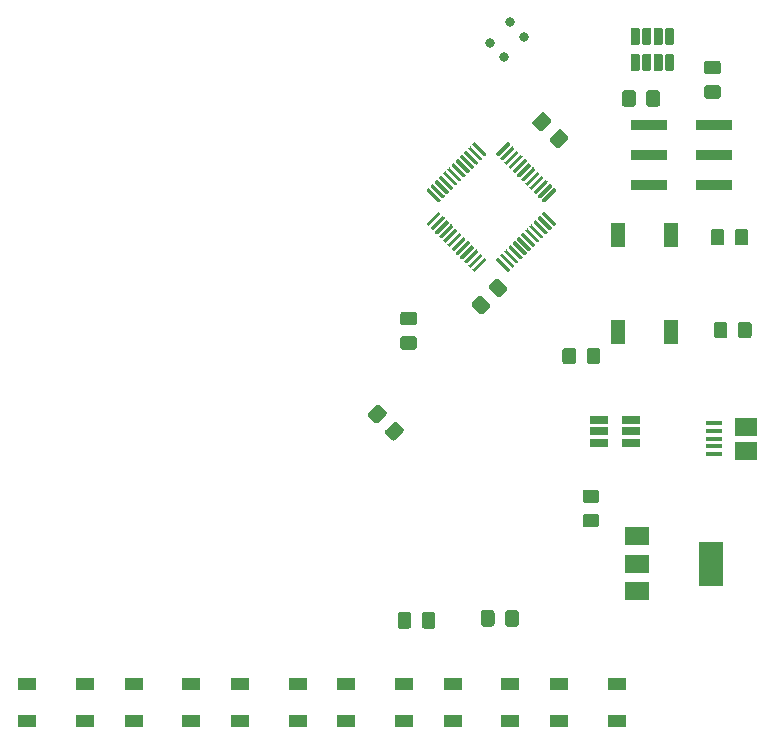
<source format=gbr>
G04 #@! TF.GenerationSoftware,KiCad,Pcbnew,5.1.5-52549c5~84~ubuntu18.04.1*
G04 #@! TF.CreationDate,2020-03-15T21:10:30-07:00*
G04 #@! TF.ProjectId,stm32f042cXt6_demo,73746d33-3266-4303-9432-635874365f64,rev?*
G04 #@! TF.SameCoordinates,Original*
G04 #@! TF.FileFunction,Paste,Top*
G04 #@! TF.FilePolarity,Positive*
%FSLAX46Y46*%
G04 Gerber Fmt 4.6, Leading zero omitted, Abs format (unit mm)*
G04 Created by KiCad (PCBNEW 5.1.5-52549c5~84~ubuntu18.04.1) date 2020-03-15 21:10:30*
%MOMM*%
%LPD*%
G04 APERTURE LIST*
%ADD10C,0.100000*%
%ADD11R,1.500000X1.000000*%
%ADD12R,1.300000X2.000000*%
%ADD13R,2.000000X1.500000*%
%ADD14R,2.000000X3.800000*%
%ADD15R,1.900000X1.500000*%
%ADD16R,1.350000X0.400000*%
%ADD17R,1.560000X0.650000*%
%ADD18C,0.800000*%
%ADD19R,3.022600X0.965200*%
G04 APERTURE END LIST*
D10*
G36*
X77049505Y-87801204D02*
G01*
X77073773Y-87804804D01*
X77097572Y-87810765D01*
X77120671Y-87819030D01*
X77142850Y-87829520D01*
X77163893Y-87842132D01*
X77183599Y-87856747D01*
X77201777Y-87873223D01*
X77218253Y-87891401D01*
X77232868Y-87911107D01*
X77245480Y-87932150D01*
X77255970Y-87954329D01*
X77264235Y-87977428D01*
X77270196Y-88001227D01*
X77273796Y-88025495D01*
X77275000Y-88049999D01*
X77275000Y-88950001D01*
X77273796Y-88974505D01*
X77270196Y-88998773D01*
X77264235Y-89022572D01*
X77255970Y-89045671D01*
X77245480Y-89067850D01*
X77232868Y-89088893D01*
X77218253Y-89108599D01*
X77201777Y-89126777D01*
X77183599Y-89143253D01*
X77163893Y-89157868D01*
X77142850Y-89170480D01*
X77120671Y-89180970D01*
X77097572Y-89189235D01*
X77073773Y-89195196D01*
X77049505Y-89198796D01*
X77025001Y-89200000D01*
X76374999Y-89200000D01*
X76350495Y-89198796D01*
X76326227Y-89195196D01*
X76302428Y-89189235D01*
X76279329Y-89180970D01*
X76257150Y-89170480D01*
X76236107Y-89157868D01*
X76216401Y-89143253D01*
X76198223Y-89126777D01*
X76181747Y-89108599D01*
X76167132Y-89088893D01*
X76154520Y-89067850D01*
X76144030Y-89045671D01*
X76135765Y-89022572D01*
X76129804Y-88998773D01*
X76126204Y-88974505D01*
X76125000Y-88950001D01*
X76125000Y-88049999D01*
X76126204Y-88025495D01*
X76129804Y-88001227D01*
X76135765Y-87977428D01*
X76144030Y-87954329D01*
X76154520Y-87932150D01*
X76167132Y-87911107D01*
X76181747Y-87891401D01*
X76198223Y-87873223D01*
X76216401Y-87856747D01*
X76236107Y-87842132D01*
X76257150Y-87829520D01*
X76279329Y-87819030D01*
X76302428Y-87810765D01*
X76326227Y-87804804D01*
X76350495Y-87801204D01*
X76374999Y-87800000D01*
X77025001Y-87800000D01*
X77049505Y-87801204D01*
G37*
G36*
X74999505Y-87801204D02*
G01*
X75023773Y-87804804D01*
X75047572Y-87810765D01*
X75070671Y-87819030D01*
X75092850Y-87829520D01*
X75113893Y-87842132D01*
X75133599Y-87856747D01*
X75151777Y-87873223D01*
X75168253Y-87891401D01*
X75182868Y-87911107D01*
X75195480Y-87932150D01*
X75205970Y-87954329D01*
X75214235Y-87977428D01*
X75220196Y-88001227D01*
X75223796Y-88025495D01*
X75225000Y-88049999D01*
X75225000Y-88950001D01*
X75223796Y-88974505D01*
X75220196Y-88998773D01*
X75214235Y-89022572D01*
X75205970Y-89045671D01*
X75195480Y-89067850D01*
X75182868Y-89088893D01*
X75168253Y-89108599D01*
X75151777Y-89126777D01*
X75133599Y-89143253D01*
X75113893Y-89157868D01*
X75092850Y-89170480D01*
X75070671Y-89180970D01*
X75047572Y-89189235D01*
X75023773Y-89195196D01*
X74999505Y-89198796D01*
X74975001Y-89200000D01*
X74324999Y-89200000D01*
X74300495Y-89198796D01*
X74276227Y-89195196D01*
X74252428Y-89189235D01*
X74229329Y-89180970D01*
X74207150Y-89170480D01*
X74186107Y-89157868D01*
X74166401Y-89143253D01*
X74148223Y-89126777D01*
X74131747Y-89108599D01*
X74117132Y-89088893D01*
X74104520Y-89067850D01*
X74094030Y-89045671D01*
X74085765Y-89022572D01*
X74079804Y-88998773D01*
X74076204Y-88974505D01*
X74075000Y-88950001D01*
X74075000Y-88049999D01*
X74076204Y-88025495D01*
X74079804Y-88001227D01*
X74085765Y-87977428D01*
X74094030Y-87954329D01*
X74104520Y-87932150D01*
X74117132Y-87911107D01*
X74131747Y-87891401D01*
X74148223Y-87873223D01*
X74166401Y-87856747D01*
X74186107Y-87842132D01*
X74207150Y-87829520D01*
X74229329Y-87819030D01*
X74252428Y-87810765D01*
X74276227Y-87804804D01*
X74300495Y-87801204D01*
X74324999Y-87800000D01*
X74975001Y-87800000D01*
X74999505Y-87801204D01*
G37*
G36*
X81061332Y-61002980D02*
G01*
X81085600Y-61006580D01*
X81109399Y-61012541D01*
X81132498Y-61020806D01*
X81154677Y-61031296D01*
X81175720Y-61043908D01*
X81195426Y-61058523D01*
X81213604Y-61074999D01*
X81850001Y-61711396D01*
X81866477Y-61729574D01*
X81881092Y-61749280D01*
X81893704Y-61770323D01*
X81904194Y-61792502D01*
X81912459Y-61815601D01*
X81918420Y-61839400D01*
X81922020Y-61863668D01*
X81923224Y-61888172D01*
X81922020Y-61912676D01*
X81918420Y-61936944D01*
X81912459Y-61960743D01*
X81904194Y-61983842D01*
X81893704Y-62006021D01*
X81881092Y-62027064D01*
X81866477Y-62046770D01*
X81850001Y-62064948D01*
X81390380Y-62524569D01*
X81372202Y-62541045D01*
X81352496Y-62555660D01*
X81331453Y-62568272D01*
X81309274Y-62578762D01*
X81286175Y-62587027D01*
X81262376Y-62592988D01*
X81238108Y-62596588D01*
X81213604Y-62597792D01*
X81189100Y-62596588D01*
X81164832Y-62592988D01*
X81141033Y-62587027D01*
X81117934Y-62578762D01*
X81095755Y-62568272D01*
X81074712Y-62555660D01*
X81055006Y-62541045D01*
X81036828Y-62524569D01*
X80400431Y-61888172D01*
X80383955Y-61869994D01*
X80369340Y-61850288D01*
X80356728Y-61829245D01*
X80346238Y-61807066D01*
X80337973Y-61783967D01*
X80332012Y-61760168D01*
X80328412Y-61735900D01*
X80327208Y-61711396D01*
X80328412Y-61686892D01*
X80332012Y-61662624D01*
X80337973Y-61638825D01*
X80346238Y-61615726D01*
X80356728Y-61593547D01*
X80369340Y-61572504D01*
X80383955Y-61552798D01*
X80400431Y-61534620D01*
X80860052Y-61074999D01*
X80878230Y-61058523D01*
X80897936Y-61043908D01*
X80918979Y-61031296D01*
X80941158Y-61020806D01*
X80964257Y-61012541D01*
X80988056Y-61006580D01*
X81012324Y-61002980D01*
X81036828Y-61001776D01*
X81061332Y-61002980D01*
G37*
G36*
X82510900Y-59553412D02*
G01*
X82535168Y-59557012D01*
X82558967Y-59562973D01*
X82582066Y-59571238D01*
X82604245Y-59581728D01*
X82625288Y-59594340D01*
X82644994Y-59608955D01*
X82663172Y-59625431D01*
X83299569Y-60261828D01*
X83316045Y-60280006D01*
X83330660Y-60299712D01*
X83343272Y-60320755D01*
X83353762Y-60342934D01*
X83362027Y-60366033D01*
X83367988Y-60389832D01*
X83371588Y-60414100D01*
X83372792Y-60438604D01*
X83371588Y-60463108D01*
X83367988Y-60487376D01*
X83362027Y-60511175D01*
X83353762Y-60534274D01*
X83343272Y-60556453D01*
X83330660Y-60577496D01*
X83316045Y-60597202D01*
X83299569Y-60615380D01*
X82839948Y-61075001D01*
X82821770Y-61091477D01*
X82802064Y-61106092D01*
X82781021Y-61118704D01*
X82758842Y-61129194D01*
X82735743Y-61137459D01*
X82711944Y-61143420D01*
X82687676Y-61147020D01*
X82663172Y-61148224D01*
X82638668Y-61147020D01*
X82614400Y-61143420D01*
X82590601Y-61137459D01*
X82567502Y-61129194D01*
X82545323Y-61118704D01*
X82524280Y-61106092D01*
X82504574Y-61091477D01*
X82486396Y-61075001D01*
X81849999Y-60438604D01*
X81833523Y-60420426D01*
X81818908Y-60400720D01*
X81806296Y-60379677D01*
X81795806Y-60357498D01*
X81787541Y-60334399D01*
X81781580Y-60310600D01*
X81777980Y-60286332D01*
X81776776Y-60261828D01*
X81777980Y-60237324D01*
X81781580Y-60213056D01*
X81787541Y-60189257D01*
X81795806Y-60166158D01*
X81806296Y-60143979D01*
X81818908Y-60122936D01*
X81833523Y-60103230D01*
X81849999Y-60085052D01*
X82309620Y-59625431D01*
X82327798Y-59608955D01*
X82347504Y-59594340D01*
X82368547Y-59581728D01*
X82390726Y-59571238D01*
X82413825Y-59562973D01*
X82437624Y-59557012D01*
X82461892Y-59553412D01*
X82486396Y-59552208D01*
X82510900Y-59553412D01*
G37*
G36*
X87837676Y-46927980D02*
G01*
X87861944Y-46931580D01*
X87885743Y-46937541D01*
X87908842Y-46945806D01*
X87931021Y-46956296D01*
X87952064Y-46968908D01*
X87971770Y-46983523D01*
X87989948Y-46999999D01*
X88449569Y-47459620D01*
X88466045Y-47477798D01*
X88480660Y-47497504D01*
X88493272Y-47518547D01*
X88503762Y-47540726D01*
X88512027Y-47563825D01*
X88517988Y-47587624D01*
X88521588Y-47611892D01*
X88522792Y-47636396D01*
X88521588Y-47660900D01*
X88517988Y-47685168D01*
X88512027Y-47708967D01*
X88503762Y-47732066D01*
X88493272Y-47754245D01*
X88480660Y-47775288D01*
X88466045Y-47794994D01*
X88449569Y-47813172D01*
X87813172Y-48449569D01*
X87794994Y-48466045D01*
X87775288Y-48480660D01*
X87754245Y-48493272D01*
X87732066Y-48503762D01*
X87708967Y-48512027D01*
X87685168Y-48517988D01*
X87660900Y-48521588D01*
X87636396Y-48522792D01*
X87611892Y-48521588D01*
X87587624Y-48517988D01*
X87563825Y-48512027D01*
X87540726Y-48503762D01*
X87518547Y-48493272D01*
X87497504Y-48480660D01*
X87477798Y-48466045D01*
X87459620Y-48449569D01*
X86999999Y-47989948D01*
X86983523Y-47971770D01*
X86968908Y-47952064D01*
X86956296Y-47931021D01*
X86945806Y-47908842D01*
X86937541Y-47885743D01*
X86931580Y-47861944D01*
X86927980Y-47837676D01*
X86926776Y-47813172D01*
X86927980Y-47788668D01*
X86931580Y-47764400D01*
X86937541Y-47740601D01*
X86945806Y-47717502D01*
X86956296Y-47695323D01*
X86968908Y-47674280D01*
X86983523Y-47654574D01*
X86999999Y-47636396D01*
X87636396Y-46999999D01*
X87654574Y-46983523D01*
X87674280Y-46968908D01*
X87695323Y-46956296D01*
X87717502Y-46945806D01*
X87740601Y-46937541D01*
X87764400Y-46931580D01*
X87788668Y-46927980D01*
X87813172Y-46926776D01*
X87837676Y-46927980D01*
G37*
G36*
X86388108Y-45478412D02*
G01*
X86412376Y-45482012D01*
X86436175Y-45487973D01*
X86459274Y-45496238D01*
X86481453Y-45506728D01*
X86502496Y-45519340D01*
X86522202Y-45533955D01*
X86540380Y-45550431D01*
X87000001Y-46010052D01*
X87016477Y-46028230D01*
X87031092Y-46047936D01*
X87043704Y-46068979D01*
X87054194Y-46091158D01*
X87062459Y-46114257D01*
X87068420Y-46138056D01*
X87072020Y-46162324D01*
X87073224Y-46186828D01*
X87072020Y-46211332D01*
X87068420Y-46235600D01*
X87062459Y-46259399D01*
X87054194Y-46282498D01*
X87043704Y-46304677D01*
X87031092Y-46325720D01*
X87016477Y-46345426D01*
X87000001Y-46363604D01*
X86363604Y-47000001D01*
X86345426Y-47016477D01*
X86325720Y-47031092D01*
X86304677Y-47043704D01*
X86282498Y-47054194D01*
X86259399Y-47062459D01*
X86235600Y-47068420D01*
X86211332Y-47072020D01*
X86186828Y-47073224D01*
X86162324Y-47072020D01*
X86138056Y-47068420D01*
X86114257Y-47062459D01*
X86091158Y-47054194D01*
X86068979Y-47043704D01*
X86047936Y-47031092D01*
X86028230Y-47016477D01*
X86010052Y-47000001D01*
X85550431Y-46540380D01*
X85533955Y-46522202D01*
X85519340Y-46502496D01*
X85506728Y-46481453D01*
X85496238Y-46459274D01*
X85487973Y-46436175D01*
X85482012Y-46412376D01*
X85478412Y-46388108D01*
X85477208Y-46363604D01*
X85478412Y-46339100D01*
X85482012Y-46314832D01*
X85487973Y-46291033D01*
X85496238Y-46267934D01*
X85506728Y-46245755D01*
X85519340Y-46224712D01*
X85533955Y-46205006D01*
X85550431Y-46186828D01*
X86186828Y-45550431D01*
X86205006Y-45533955D01*
X86224712Y-45519340D01*
X86245755Y-45506728D01*
X86267934Y-45496238D01*
X86291033Y-45487973D01*
X86314832Y-45482012D01*
X86339100Y-45478412D01*
X86363604Y-45477208D01*
X86388108Y-45478412D01*
G37*
G36*
X90899505Y-77426204D02*
G01*
X90923773Y-77429804D01*
X90947572Y-77435765D01*
X90970671Y-77444030D01*
X90992850Y-77454520D01*
X91013893Y-77467132D01*
X91033599Y-77481747D01*
X91051777Y-77498223D01*
X91068253Y-77516401D01*
X91082868Y-77536107D01*
X91095480Y-77557150D01*
X91105970Y-77579329D01*
X91114235Y-77602428D01*
X91120196Y-77626227D01*
X91123796Y-77650495D01*
X91125000Y-77674999D01*
X91125000Y-78325001D01*
X91123796Y-78349505D01*
X91120196Y-78373773D01*
X91114235Y-78397572D01*
X91105970Y-78420671D01*
X91095480Y-78442850D01*
X91082868Y-78463893D01*
X91068253Y-78483599D01*
X91051777Y-78501777D01*
X91033599Y-78518253D01*
X91013893Y-78532868D01*
X90992850Y-78545480D01*
X90970671Y-78555970D01*
X90947572Y-78564235D01*
X90923773Y-78570196D01*
X90899505Y-78573796D01*
X90875001Y-78575000D01*
X89974999Y-78575000D01*
X89950495Y-78573796D01*
X89926227Y-78570196D01*
X89902428Y-78564235D01*
X89879329Y-78555970D01*
X89857150Y-78545480D01*
X89836107Y-78532868D01*
X89816401Y-78518253D01*
X89798223Y-78501777D01*
X89781747Y-78483599D01*
X89767132Y-78463893D01*
X89754520Y-78442850D01*
X89744030Y-78420671D01*
X89735765Y-78397572D01*
X89729804Y-78373773D01*
X89726204Y-78349505D01*
X89725000Y-78325001D01*
X89725000Y-77674999D01*
X89726204Y-77650495D01*
X89729804Y-77626227D01*
X89735765Y-77602428D01*
X89744030Y-77579329D01*
X89754520Y-77557150D01*
X89767132Y-77536107D01*
X89781747Y-77516401D01*
X89798223Y-77498223D01*
X89816401Y-77481747D01*
X89836107Y-77467132D01*
X89857150Y-77454520D01*
X89879329Y-77444030D01*
X89902428Y-77435765D01*
X89926227Y-77429804D01*
X89950495Y-77426204D01*
X89974999Y-77425000D01*
X90875001Y-77425000D01*
X90899505Y-77426204D01*
G37*
G36*
X90899505Y-79476204D02*
G01*
X90923773Y-79479804D01*
X90947572Y-79485765D01*
X90970671Y-79494030D01*
X90992850Y-79504520D01*
X91013893Y-79517132D01*
X91033599Y-79531747D01*
X91051777Y-79548223D01*
X91068253Y-79566401D01*
X91082868Y-79586107D01*
X91095480Y-79607150D01*
X91105970Y-79629329D01*
X91114235Y-79652428D01*
X91120196Y-79676227D01*
X91123796Y-79700495D01*
X91125000Y-79724999D01*
X91125000Y-80375001D01*
X91123796Y-80399505D01*
X91120196Y-80423773D01*
X91114235Y-80447572D01*
X91105970Y-80470671D01*
X91095480Y-80492850D01*
X91082868Y-80513893D01*
X91068253Y-80533599D01*
X91051777Y-80551777D01*
X91033599Y-80568253D01*
X91013893Y-80582868D01*
X90992850Y-80595480D01*
X90970671Y-80605970D01*
X90947572Y-80614235D01*
X90923773Y-80620196D01*
X90899505Y-80623796D01*
X90875001Y-80625000D01*
X89974999Y-80625000D01*
X89950495Y-80623796D01*
X89926227Y-80620196D01*
X89902428Y-80614235D01*
X89879329Y-80605970D01*
X89857150Y-80595480D01*
X89836107Y-80582868D01*
X89816401Y-80568253D01*
X89798223Y-80551777D01*
X89781747Y-80533599D01*
X89767132Y-80513893D01*
X89754520Y-80492850D01*
X89744030Y-80470671D01*
X89735765Y-80447572D01*
X89729804Y-80423773D01*
X89726204Y-80399505D01*
X89725000Y-80375001D01*
X89725000Y-79724999D01*
X89726204Y-79700495D01*
X89729804Y-79676227D01*
X89735765Y-79652428D01*
X89744030Y-79629329D01*
X89754520Y-79607150D01*
X89767132Y-79586107D01*
X89781747Y-79566401D01*
X89798223Y-79548223D01*
X89816401Y-79531747D01*
X89836107Y-79517132D01*
X89857150Y-79504520D01*
X89879329Y-79494030D01*
X89902428Y-79485765D01*
X89926227Y-79479804D01*
X89950495Y-79476204D01*
X89974999Y-79475000D01*
X90875001Y-79475000D01*
X90899505Y-79476204D01*
G37*
D11*
X47620000Y-97050000D03*
X47620000Y-93850000D03*
X42720000Y-97050000D03*
X42720000Y-93850000D03*
X56620000Y-97050000D03*
X56620000Y-93850000D03*
X51720000Y-97050000D03*
X51720000Y-93850000D03*
X65620000Y-97050000D03*
X65620000Y-93850000D03*
X60720000Y-97050000D03*
X60720000Y-93850000D03*
X74620000Y-97050000D03*
X74620000Y-93850000D03*
X69720000Y-97050000D03*
X69720000Y-93850000D03*
X83620000Y-97050000D03*
X83620000Y-93850000D03*
X78720000Y-97050000D03*
X78720000Y-93850000D03*
X92620000Y-97050000D03*
X92620000Y-93850000D03*
X87720000Y-97050000D03*
X87720000Y-93850000D03*
D10*
G36*
X88949505Y-65426204D02*
G01*
X88973773Y-65429804D01*
X88997572Y-65435765D01*
X89020671Y-65444030D01*
X89042850Y-65454520D01*
X89063893Y-65467132D01*
X89083599Y-65481747D01*
X89101777Y-65498223D01*
X89118253Y-65516401D01*
X89132868Y-65536107D01*
X89145480Y-65557150D01*
X89155970Y-65579329D01*
X89164235Y-65602428D01*
X89170196Y-65626227D01*
X89173796Y-65650495D01*
X89175000Y-65674999D01*
X89175000Y-66575001D01*
X89173796Y-66599505D01*
X89170196Y-66623773D01*
X89164235Y-66647572D01*
X89155970Y-66670671D01*
X89145480Y-66692850D01*
X89132868Y-66713893D01*
X89118253Y-66733599D01*
X89101777Y-66751777D01*
X89083599Y-66768253D01*
X89063893Y-66782868D01*
X89042850Y-66795480D01*
X89020671Y-66805970D01*
X88997572Y-66814235D01*
X88973773Y-66820196D01*
X88949505Y-66823796D01*
X88925001Y-66825000D01*
X88274999Y-66825000D01*
X88250495Y-66823796D01*
X88226227Y-66820196D01*
X88202428Y-66814235D01*
X88179329Y-66805970D01*
X88157150Y-66795480D01*
X88136107Y-66782868D01*
X88116401Y-66768253D01*
X88098223Y-66751777D01*
X88081747Y-66733599D01*
X88067132Y-66713893D01*
X88054520Y-66692850D01*
X88044030Y-66670671D01*
X88035765Y-66647572D01*
X88029804Y-66623773D01*
X88026204Y-66599505D01*
X88025000Y-66575001D01*
X88025000Y-65674999D01*
X88026204Y-65650495D01*
X88029804Y-65626227D01*
X88035765Y-65602428D01*
X88044030Y-65579329D01*
X88054520Y-65557150D01*
X88067132Y-65536107D01*
X88081747Y-65516401D01*
X88098223Y-65498223D01*
X88116401Y-65481747D01*
X88136107Y-65467132D01*
X88157150Y-65454520D01*
X88179329Y-65444030D01*
X88202428Y-65435765D01*
X88226227Y-65429804D01*
X88250495Y-65426204D01*
X88274999Y-65425000D01*
X88925001Y-65425000D01*
X88949505Y-65426204D01*
G37*
G36*
X90999505Y-65426204D02*
G01*
X91023773Y-65429804D01*
X91047572Y-65435765D01*
X91070671Y-65444030D01*
X91092850Y-65454520D01*
X91113893Y-65467132D01*
X91133599Y-65481747D01*
X91151777Y-65498223D01*
X91168253Y-65516401D01*
X91182868Y-65536107D01*
X91195480Y-65557150D01*
X91205970Y-65579329D01*
X91214235Y-65602428D01*
X91220196Y-65626227D01*
X91223796Y-65650495D01*
X91225000Y-65674999D01*
X91225000Y-66575001D01*
X91223796Y-66599505D01*
X91220196Y-66623773D01*
X91214235Y-66647572D01*
X91205970Y-66670671D01*
X91195480Y-66692850D01*
X91182868Y-66713893D01*
X91168253Y-66733599D01*
X91151777Y-66751777D01*
X91133599Y-66768253D01*
X91113893Y-66782868D01*
X91092850Y-66795480D01*
X91070671Y-66805970D01*
X91047572Y-66814235D01*
X91023773Y-66820196D01*
X90999505Y-66823796D01*
X90975001Y-66825000D01*
X90324999Y-66825000D01*
X90300495Y-66823796D01*
X90276227Y-66820196D01*
X90252428Y-66814235D01*
X90229329Y-66805970D01*
X90207150Y-66795480D01*
X90186107Y-66782868D01*
X90166401Y-66768253D01*
X90148223Y-66751777D01*
X90131747Y-66733599D01*
X90117132Y-66713893D01*
X90104520Y-66692850D01*
X90094030Y-66670671D01*
X90085765Y-66647572D01*
X90079804Y-66623773D01*
X90076204Y-66599505D01*
X90075000Y-66575001D01*
X90075000Y-65674999D01*
X90076204Y-65650495D01*
X90079804Y-65626227D01*
X90085765Y-65602428D01*
X90094030Y-65579329D01*
X90104520Y-65557150D01*
X90117132Y-65536107D01*
X90131747Y-65516401D01*
X90148223Y-65498223D01*
X90166401Y-65481747D01*
X90186107Y-65467132D01*
X90207150Y-65454520D01*
X90229329Y-65444030D01*
X90252428Y-65435765D01*
X90276227Y-65429804D01*
X90300495Y-65426204D01*
X90324999Y-65425000D01*
X90975001Y-65425000D01*
X90999505Y-65426204D01*
G37*
G36*
X75474505Y-64426204D02*
G01*
X75498773Y-64429804D01*
X75522572Y-64435765D01*
X75545671Y-64444030D01*
X75567850Y-64454520D01*
X75588893Y-64467132D01*
X75608599Y-64481747D01*
X75626777Y-64498223D01*
X75643253Y-64516401D01*
X75657868Y-64536107D01*
X75670480Y-64557150D01*
X75680970Y-64579329D01*
X75689235Y-64602428D01*
X75695196Y-64626227D01*
X75698796Y-64650495D01*
X75700000Y-64674999D01*
X75700000Y-65325001D01*
X75698796Y-65349505D01*
X75695196Y-65373773D01*
X75689235Y-65397572D01*
X75680970Y-65420671D01*
X75670480Y-65442850D01*
X75657868Y-65463893D01*
X75643253Y-65483599D01*
X75626777Y-65501777D01*
X75608599Y-65518253D01*
X75588893Y-65532868D01*
X75567850Y-65545480D01*
X75545671Y-65555970D01*
X75522572Y-65564235D01*
X75498773Y-65570196D01*
X75474505Y-65573796D01*
X75450001Y-65575000D01*
X74549999Y-65575000D01*
X74525495Y-65573796D01*
X74501227Y-65570196D01*
X74477428Y-65564235D01*
X74454329Y-65555970D01*
X74432150Y-65545480D01*
X74411107Y-65532868D01*
X74391401Y-65518253D01*
X74373223Y-65501777D01*
X74356747Y-65483599D01*
X74342132Y-65463893D01*
X74329520Y-65442850D01*
X74319030Y-65420671D01*
X74310765Y-65397572D01*
X74304804Y-65373773D01*
X74301204Y-65349505D01*
X74300000Y-65325001D01*
X74300000Y-64674999D01*
X74301204Y-64650495D01*
X74304804Y-64626227D01*
X74310765Y-64602428D01*
X74319030Y-64579329D01*
X74329520Y-64557150D01*
X74342132Y-64536107D01*
X74356747Y-64516401D01*
X74373223Y-64498223D01*
X74391401Y-64481747D01*
X74411107Y-64467132D01*
X74432150Y-64454520D01*
X74454329Y-64444030D01*
X74477428Y-64435765D01*
X74501227Y-64429804D01*
X74525495Y-64426204D01*
X74549999Y-64425000D01*
X75450001Y-64425000D01*
X75474505Y-64426204D01*
G37*
G36*
X75474505Y-62376204D02*
G01*
X75498773Y-62379804D01*
X75522572Y-62385765D01*
X75545671Y-62394030D01*
X75567850Y-62404520D01*
X75588893Y-62417132D01*
X75608599Y-62431747D01*
X75626777Y-62448223D01*
X75643253Y-62466401D01*
X75657868Y-62486107D01*
X75670480Y-62507150D01*
X75680970Y-62529329D01*
X75689235Y-62552428D01*
X75695196Y-62576227D01*
X75698796Y-62600495D01*
X75700000Y-62624999D01*
X75700000Y-63275001D01*
X75698796Y-63299505D01*
X75695196Y-63323773D01*
X75689235Y-63347572D01*
X75680970Y-63370671D01*
X75670480Y-63392850D01*
X75657868Y-63413893D01*
X75643253Y-63433599D01*
X75626777Y-63451777D01*
X75608599Y-63468253D01*
X75588893Y-63482868D01*
X75567850Y-63495480D01*
X75545671Y-63505970D01*
X75522572Y-63514235D01*
X75498773Y-63520196D01*
X75474505Y-63523796D01*
X75450001Y-63525000D01*
X74549999Y-63525000D01*
X74525495Y-63523796D01*
X74501227Y-63520196D01*
X74477428Y-63514235D01*
X74454329Y-63505970D01*
X74432150Y-63495480D01*
X74411107Y-63482868D01*
X74391401Y-63468253D01*
X74373223Y-63451777D01*
X74356747Y-63433599D01*
X74342132Y-63413893D01*
X74329520Y-63392850D01*
X74319030Y-63370671D01*
X74310765Y-63347572D01*
X74304804Y-63323773D01*
X74301204Y-63299505D01*
X74300000Y-63275001D01*
X74300000Y-62624999D01*
X74301204Y-62600495D01*
X74304804Y-62576227D01*
X74310765Y-62552428D01*
X74319030Y-62529329D01*
X74329520Y-62507150D01*
X74342132Y-62486107D01*
X74356747Y-62466401D01*
X74373223Y-62448223D01*
X74391401Y-62431747D01*
X74411107Y-62417132D01*
X74432150Y-62404520D01*
X74454329Y-62394030D01*
X74477428Y-62385765D01*
X74501227Y-62379804D01*
X74525495Y-62376204D01*
X74549999Y-62375000D01*
X75450001Y-62375000D01*
X75474505Y-62376204D01*
G37*
G36*
X73912676Y-71677980D02*
G01*
X73936944Y-71681580D01*
X73960743Y-71687541D01*
X73983842Y-71695806D01*
X74006021Y-71706296D01*
X74027064Y-71718908D01*
X74046770Y-71733523D01*
X74064948Y-71749999D01*
X74524569Y-72209620D01*
X74541045Y-72227798D01*
X74555660Y-72247504D01*
X74568272Y-72268547D01*
X74578762Y-72290726D01*
X74587027Y-72313825D01*
X74592988Y-72337624D01*
X74596588Y-72361892D01*
X74597792Y-72386396D01*
X74596588Y-72410900D01*
X74592988Y-72435168D01*
X74587027Y-72458967D01*
X74578762Y-72482066D01*
X74568272Y-72504245D01*
X74555660Y-72525288D01*
X74541045Y-72544994D01*
X74524569Y-72563172D01*
X73888172Y-73199569D01*
X73869994Y-73216045D01*
X73850288Y-73230660D01*
X73829245Y-73243272D01*
X73807066Y-73253762D01*
X73783967Y-73262027D01*
X73760168Y-73267988D01*
X73735900Y-73271588D01*
X73711396Y-73272792D01*
X73686892Y-73271588D01*
X73662624Y-73267988D01*
X73638825Y-73262027D01*
X73615726Y-73253762D01*
X73593547Y-73243272D01*
X73572504Y-73230660D01*
X73552798Y-73216045D01*
X73534620Y-73199569D01*
X73074999Y-72739948D01*
X73058523Y-72721770D01*
X73043908Y-72702064D01*
X73031296Y-72681021D01*
X73020806Y-72658842D01*
X73012541Y-72635743D01*
X73006580Y-72611944D01*
X73002980Y-72587676D01*
X73001776Y-72563172D01*
X73002980Y-72538668D01*
X73006580Y-72514400D01*
X73012541Y-72490601D01*
X73020806Y-72467502D01*
X73031296Y-72445323D01*
X73043908Y-72424280D01*
X73058523Y-72404574D01*
X73074999Y-72386396D01*
X73711396Y-71749999D01*
X73729574Y-71733523D01*
X73749280Y-71718908D01*
X73770323Y-71706296D01*
X73792502Y-71695806D01*
X73815601Y-71687541D01*
X73839400Y-71681580D01*
X73863668Y-71677980D01*
X73888172Y-71676776D01*
X73912676Y-71677980D01*
G37*
G36*
X72463108Y-70228412D02*
G01*
X72487376Y-70232012D01*
X72511175Y-70237973D01*
X72534274Y-70246238D01*
X72556453Y-70256728D01*
X72577496Y-70269340D01*
X72597202Y-70283955D01*
X72615380Y-70300431D01*
X73075001Y-70760052D01*
X73091477Y-70778230D01*
X73106092Y-70797936D01*
X73118704Y-70818979D01*
X73129194Y-70841158D01*
X73137459Y-70864257D01*
X73143420Y-70888056D01*
X73147020Y-70912324D01*
X73148224Y-70936828D01*
X73147020Y-70961332D01*
X73143420Y-70985600D01*
X73137459Y-71009399D01*
X73129194Y-71032498D01*
X73118704Y-71054677D01*
X73106092Y-71075720D01*
X73091477Y-71095426D01*
X73075001Y-71113604D01*
X72438604Y-71750001D01*
X72420426Y-71766477D01*
X72400720Y-71781092D01*
X72379677Y-71793704D01*
X72357498Y-71804194D01*
X72334399Y-71812459D01*
X72310600Y-71818420D01*
X72286332Y-71822020D01*
X72261828Y-71823224D01*
X72237324Y-71822020D01*
X72213056Y-71818420D01*
X72189257Y-71812459D01*
X72166158Y-71804194D01*
X72143979Y-71793704D01*
X72122936Y-71781092D01*
X72103230Y-71766477D01*
X72085052Y-71750001D01*
X71625431Y-71290380D01*
X71608955Y-71272202D01*
X71594340Y-71252496D01*
X71581728Y-71231453D01*
X71571238Y-71209274D01*
X71562973Y-71186175D01*
X71557012Y-71162376D01*
X71553412Y-71138108D01*
X71552208Y-71113604D01*
X71553412Y-71089100D01*
X71557012Y-71064832D01*
X71562973Y-71041033D01*
X71571238Y-71017934D01*
X71581728Y-70995755D01*
X71594340Y-70974712D01*
X71608955Y-70955006D01*
X71625431Y-70936828D01*
X72261828Y-70300431D01*
X72280006Y-70283955D01*
X72299712Y-70269340D01*
X72320755Y-70256728D01*
X72342934Y-70246238D01*
X72366033Y-70237973D01*
X72389832Y-70232012D01*
X72414100Y-70228412D01*
X72438604Y-70227208D01*
X72463108Y-70228412D01*
G37*
G36*
X86479802Y-53902658D02*
G01*
X86487083Y-53903738D01*
X86494222Y-53905526D01*
X86501152Y-53908006D01*
X86507806Y-53911153D01*
X86514119Y-53914937D01*
X86520030Y-53919321D01*
X86525484Y-53924264D01*
X87462400Y-54861180D01*
X87467343Y-54866634D01*
X87471727Y-54872545D01*
X87475511Y-54878858D01*
X87478658Y-54885512D01*
X87481138Y-54892442D01*
X87482926Y-54899581D01*
X87484006Y-54906862D01*
X87484367Y-54914213D01*
X87484006Y-54921564D01*
X87482926Y-54928845D01*
X87481138Y-54935984D01*
X87478658Y-54942914D01*
X87475511Y-54949568D01*
X87471727Y-54955881D01*
X87467343Y-54961792D01*
X87462400Y-54967246D01*
X87356334Y-55073312D01*
X87350880Y-55078255D01*
X87344969Y-55082639D01*
X87338656Y-55086423D01*
X87332002Y-55089570D01*
X87325072Y-55092050D01*
X87317933Y-55093838D01*
X87310652Y-55094918D01*
X87303301Y-55095279D01*
X87295950Y-55094918D01*
X87288669Y-55093838D01*
X87281530Y-55092050D01*
X87274600Y-55089570D01*
X87267946Y-55086423D01*
X87261633Y-55082639D01*
X87255722Y-55078255D01*
X87250268Y-55073312D01*
X86313352Y-54136396D01*
X86308409Y-54130942D01*
X86304025Y-54125031D01*
X86300241Y-54118718D01*
X86297094Y-54112064D01*
X86294614Y-54105134D01*
X86292826Y-54097995D01*
X86291746Y-54090714D01*
X86291385Y-54083363D01*
X86291746Y-54076012D01*
X86292826Y-54068731D01*
X86294614Y-54061592D01*
X86297094Y-54054662D01*
X86300241Y-54048008D01*
X86304025Y-54041695D01*
X86308409Y-54035784D01*
X86313352Y-54030330D01*
X86419418Y-53924264D01*
X86424872Y-53919321D01*
X86430783Y-53914937D01*
X86437096Y-53911153D01*
X86443750Y-53908006D01*
X86450680Y-53905526D01*
X86457819Y-53903738D01*
X86465100Y-53902658D01*
X86472451Y-53902297D01*
X86479802Y-53902658D01*
G37*
G36*
X86126248Y-54256212D02*
G01*
X86133529Y-54257292D01*
X86140668Y-54259080D01*
X86147598Y-54261560D01*
X86154252Y-54264707D01*
X86160565Y-54268491D01*
X86166476Y-54272875D01*
X86171930Y-54277818D01*
X87108846Y-55214734D01*
X87113789Y-55220188D01*
X87118173Y-55226099D01*
X87121957Y-55232412D01*
X87125104Y-55239066D01*
X87127584Y-55245996D01*
X87129372Y-55253135D01*
X87130452Y-55260416D01*
X87130813Y-55267767D01*
X87130452Y-55275118D01*
X87129372Y-55282399D01*
X87127584Y-55289538D01*
X87125104Y-55296468D01*
X87121957Y-55303122D01*
X87118173Y-55309435D01*
X87113789Y-55315346D01*
X87108846Y-55320800D01*
X87002780Y-55426866D01*
X86997326Y-55431809D01*
X86991415Y-55436193D01*
X86985102Y-55439977D01*
X86978448Y-55443124D01*
X86971518Y-55445604D01*
X86964379Y-55447392D01*
X86957098Y-55448472D01*
X86949747Y-55448833D01*
X86942396Y-55448472D01*
X86935115Y-55447392D01*
X86927976Y-55445604D01*
X86921046Y-55443124D01*
X86914392Y-55439977D01*
X86908079Y-55436193D01*
X86902168Y-55431809D01*
X86896714Y-55426866D01*
X85959798Y-54489950D01*
X85954855Y-54484496D01*
X85950471Y-54478585D01*
X85946687Y-54472272D01*
X85943540Y-54465618D01*
X85941060Y-54458688D01*
X85939272Y-54451549D01*
X85938192Y-54444268D01*
X85937831Y-54436917D01*
X85938192Y-54429566D01*
X85939272Y-54422285D01*
X85941060Y-54415146D01*
X85943540Y-54408216D01*
X85946687Y-54401562D01*
X85950471Y-54395249D01*
X85954855Y-54389338D01*
X85959798Y-54383884D01*
X86065864Y-54277818D01*
X86071318Y-54272875D01*
X86077229Y-54268491D01*
X86083542Y-54264707D01*
X86090196Y-54261560D01*
X86097126Y-54259080D01*
X86104265Y-54257292D01*
X86111546Y-54256212D01*
X86118897Y-54255851D01*
X86126248Y-54256212D01*
G37*
G36*
X85772695Y-54609765D02*
G01*
X85779976Y-54610845D01*
X85787115Y-54612633D01*
X85794045Y-54615113D01*
X85800699Y-54618260D01*
X85807012Y-54622044D01*
X85812923Y-54626428D01*
X85818377Y-54631371D01*
X86755293Y-55568287D01*
X86760236Y-55573741D01*
X86764620Y-55579652D01*
X86768404Y-55585965D01*
X86771551Y-55592619D01*
X86774031Y-55599549D01*
X86775819Y-55606688D01*
X86776899Y-55613969D01*
X86777260Y-55621320D01*
X86776899Y-55628671D01*
X86775819Y-55635952D01*
X86774031Y-55643091D01*
X86771551Y-55650021D01*
X86768404Y-55656675D01*
X86764620Y-55662988D01*
X86760236Y-55668899D01*
X86755293Y-55674353D01*
X86649227Y-55780419D01*
X86643773Y-55785362D01*
X86637862Y-55789746D01*
X86631549Y-55793530D01*
X86624895Y-55796677D01*
X86617965Y-55799157D01*
X86610826Y-55800945D01*
X86603545Y-55802025D01*
X86596194Y-55802386D01*
X86588843Y-55802025D01*
X86581562Y-55800945D01*
X86574423Y-55799157D01*
X86567493Y-55796677D01*
X86560839Y-55793530D01*
X86554526Y-55789746D01*
X86548615Y-55785362D01*
X86543161Y-55780419D01*
X85606245Y-54843503D01*
X85601302Y-54838049D01*
X85596918Y-54832138D01*
X85593134Y-54825825D01*
X85589987Y-54819171D01*
X85587507Y-54812241D01*
X85585719Y-54805102D01*
X85584639Y-54797821D01*
X85584278Y-54790470D01*
X85584639Y-54783119D01*
X85585719Y-54775838D01*
X85587507Y-54768699D01*
X85589987Y-54761769D01*
X85593134Y-54755115D01*
X85596918Y-54748802D01*
X85601302Y-54742891D01*
X85606245Y-54737437D01*
X85712311Y-54631371D01*
X85717765Y-54626428D01*
X85723676Y-54622044D01*
X85729989Y-54618260D01*
X85736643Y-54615113D01*
X85743573Y-54612633D01*
X85750712Y-54610845D01*
X85757993Y-54609765D01*
X85765344Y-54609404D01*
X85772695Y-54609765D01*
G37*
G36*
X85419141Y-54963319D02*
G01*
X85426422Y-54964399D01*
X85433561Y-54966187D01*
X85440491Y-54968667D01*
X85447145Y-54971814D01*
X85453458Y-54975598D01*
X85459369Y-54979982D01*
X85464823Y-54984925D01*
X86401739Y-55921841D01*
X86406682Y-55927295D01*
X86411066Y-55933206D01*
X86414850Y-55939519D01*
X86417997Y-55946173D01*
X86420477Y-55953103D01*
X86422265Y-55960242D01*
X86423345Y-55967523D01*
X86423706Y-55974874D01*
X86423345Y-55982225D01*
X86422265Y-55989506D01*
X86420477Y-55996645D01*
X86417997Y-56003575D01*
X86414850Y-56010229D01*
X86411066Y-56016542D01*
X86406682Y-56022453D01*
X86401739Y-56027907D01*
X86295673Y-56133973D01*
X86290219Y-56138916D01*
X86284308Y-56143300D01*
X86277995Y-56147084D01*
X86271341Y-56150231D01*
X86264411Y-56152711D01*
X86257272Y-56154499D01*
X86249991Y-56155579D01*
X86242640Y-56155940D01*
X86235289Y-56155579D01*
X86228008Y-56154499D01*
X86220869Y-56152711D01*
X86213939Y-56150231D01*
X86207285Y-56147084D01*
X86200972Y-56143300D01*
X86195061Y-56138916D01*
X86189607Y-56133973D01*
X85252691Y-55197057D01*
X85247748Y-55191603D01*
X85243364Y-55185692D01*
X85239580Y-55179379D01*
X85236433Y-55172725D01*
X85233953Y-55165795D01*
X85232165Y-55158656D01*
X85231085Y-55151375D01*
X85230724Y-55144024D01*
X85231085Y-55136673D01*
X85232165Y-55129392D01*
X85233953Y-55122253D01*
X85236433Y-55115323D01*
X85239580Y-55108669D01*
X85243364Y-55102356D01*
X85247748Y-55096445D01*
X85252691Y-55090991D01*
X85358757Y-54984925D01*
X85364211Y-54979982D01*
X85370122Y-54975598D01*
X85376435Y-54971814D01*
X85383089Y-54968667D01*
X85390019Y-54966187D01*
X85397158Y-54964399D01*
X85404439Y-54963319D01*
X85411790Y-54962958D01*
X85419141Y-54963319D01*
G37*
G36*
X85065588Y-55316872D02*
G01*
X85072869Y-55317952D01*
X85080008Y-55319740D01*
X85086938Y-55322220D01*
X85093592Y-55325367D01*
X85099905Y-55329151D01*
X85105816Y-55333535D01*
X85111270Y-55338478D01*
X86048186Y-56275394D01*
X86053129Y-56280848D01*
X86057513Y-56286759D01*
X86061297Y-56293072D01*
X86064444Y-56299726D01*
X86066924Y-56306656D01*
X86068712Y-56313795D01*
X86069792Y-56321076D01*
X86070153Y-56328427D01*
X86069792Y-56335778D01*
X86068712Y-56343059D01*
X86066924Y-56350198D01*
X86064444Y-56357128D01*
X86061297Y-56363782D01*
X86057513Y-56370095D01*
X86053129Y-56376006D01*
X86048186Y-56381460D01*
X85942120Y-56487526D01*
X85936666Y-56492469D01*
X85930755Y-56496853D01*
X85924442Y-56500637D01*
X85917788Y-56503784D01*
X85910858Y-56506264D01*
X85903719Y-56508052D01*
X85896438Y-56509132D01*
X85889087Y-56509493D01*
X85881736Y-56509132D01*
X85874455Y-56508052D01*
X85867316Y-56506264D01*
X85860386Y-56503784D01*
X85853732Y-56500637D01*
X85847419Y-56496853D01*
X85841508Y-56492469D01*
X85836054Y-56487526D01*
X84899138Y-55550610D01*
X84894195Y-55545156D01*
X84889811Y-55539245D01*
X84886027Y-55532932D01*
X84882880Y-55526278D01*
X84880400Y-55519348D01*
X84878612Y-55512209D01*
X84877532Y-55504928D01*
X84877171Y-55497577D01*
X84877532Y-55490226D01*
X84878612Y-55482945D01*
X84880400Y-55475806D01*
X84882880Y-55468876D01*
X84886027Y-55462222D01*
X84889811Y-55455909D01*
X84894195Y-55449998D01*
X84899138Y-55444544D01*
X85005204Y-55338478D01*
X85010658Y-55333535D01*
X85016569Y-55329151D01*
X85022882Y-55325367D01*
X85029536Y-55322220D01*
X85036466Y-55319740D01*
X85043605Y-55317952D01*
X85050886Y-55316872D01*
X85058237Y-55316511D01*
X85065588Y-55316872D01*
G37*
G36*
X84712035Y-55670425D02*
G01*
X84719316Y-55671505D01*
X84726455Y-55673293D01*
X84733385Y-55675773D01*
X84740039Y-55678920D01*
X84746352Y-55682704D01*
X84752263Y-55687088D01*
X84757717Y-55692031D01*
X85694633Y-56628947D01*
X85699576Y-56634401D01*
X85703960Y-56640312D01*
X85707744Y-56646625D01*
X85710891Y-56653279D01*
X85713371Y-56660209D01*
X85715159Y-56667348D01*
X85716239Y-56674629D01*
X85716600Y-56681980D01*
X85716239Y-56689331D01*
X85715159Y-56696612D01*
X85713371Y-56703751D01*
X85710891Y-56710681D01*
X85707744Y-56717335D01*
X85703960Y-56723648D01*
X85699576Y-56729559D01*
X85694633Y-56735013D01*
X85588567Y-56841079D01*
X85583113Y-56846022D01*
X85577202Y-56850406D01*
X85570889Y-56854190D01*
X85564235Y-56857337D01*
X85557305Y-56859817D01*
X85550166Y-56861605D01*
X85542885Y-56862685D01*
X85535534Y-56863046D01*
X85528183Y-56862685D01*
X85520902Y-56861605D01*
X85513763Y-56859817D01*
X85506833Y-56857337D01*
X85500179Y-56854190D01*
X85493866Y-56850406D01*
X85487955Y-56846022D01*
X85482501Y-56841079D01*
X84545585Y-55904163D01*
X84540642Y-55898709D01*
X84536258Y-55892798D01*
X84532474Y-55886485D01*
X84529327Y-55879831D01*
X84526847Y-55872901D01*
X84525059Y-55865762D01*
X84523979Y-55858481D01*
X84523618Y-55851130D01*
X84523979Y-55843779D01*
X84525059Y-55836498D01*
X84526847Y-55829359D01*
X84529327Y-55822429D01*
X84532474Y-55815775D01*
X84536258Y-55809462D01*
X84540642Y-55803551D01*
X84545585Y-55798097D01*
X84651651Y-55692031D01*
X84657105Y-55687088D01*
X84663016Y-55682704D01*
X84669329Y-55678920D01*
X84675983Y-55675773D01*
X84682913Y-55673293D01*
X84690052Y-55671505D01*
X84697333Y-55670425D01*
X84704684Y-55670064D01*
X84712035Y-55670425D01*
G37*
G36*
X84358481Y-56023979D02*
G01*
X84365762Y-56025059D01*
X84372901Y-56026847D01*
X84379831Y-56029327D01*
X84386485Y-56032474D01*
X84392798Y-56036258D01*
X84398709Y-56040642D01*
X84404163Y-56045585D01*
X85341079Y-56982501D01*
X85346022Y-56987955D01*
X85350406Y-56993866D01*
X85354190Y-57000179D01*
X85357337Y-57006833D01*
X85359817Y-57013763D01*
X85361605Y-57020902D01*
X85362685Y-57028183D01*
X85363046Y-57035534D01*
X85362685Y-57042885D01*
X85361605Y-57050166D01*
X85359817Y-57057305D01*
X85357337Y-57064235D01*
X85354190Y-57070889D01*
X85350406Y-57077202D01*
X85346022Y-57083113D01*
X85341079Y-57088567D01*
X85235013Y-57194633D01*
X85229559Y-57199576D01*
X85223648Y-57203960D01*
X85217335Y-57207744D01*
X85210681Y-57210891D01*
X85203751Y-57213371D01*
X85196612Y-57215159D01*
X85189331Y-57216239D01*
X85181980Y-57216600D01*
X85174629Y-57216239D01*
X85167348Y-57215159D01*
X85160209Y-57213371D01*
X85153279Y-57210891D01*
X85146625Y-57207744D01*
X85140312Y-57203960D01*
X85134401Y-57199576D01*
X85128947Y-57194633D01*
X84192031Y-56257717D01*
X84187088Y-56252263D01*
X84182704Y-56246352D01*
X84178920Y-56240039D01*
X84175773Y-56233385D01*
X84173293Y-56226455D01*
X84171505Y-56219316D01*
X84170425Y-56212035D01*
X84170064Y-56204684D01*
X84170425Y-56197333D01*
X84171505Y-56190052D01*
X84173293Y-56182913D01*
X84175773Y-56175983D01*
X84178920Y-56169329D01*
X84182704Y-56163016D01*
X84187088Y-56157105D01*
X84192031Y-56151651D01*
X84298097Y-56045585D01*
X84303551Y-56040642D01*
X84309462Y-56036258D01*
X84315775Y-56032474D01*
X84322429Y-56029327D01*
X84329359Y-56026847D01*
X84336498Y-56025059D01*
X84343779Y-56023979D01*
X84351130Y-56023618D01*
X84358481Y-56023979D01*
G37*
G36*
X84004928Y-56377532D02*
G01*
X84012209Y-56378612D01*
X84019348Y-56380400D01*
X84026278Y-56382880D01*
X84032932Y-56386027D01*
X84039245Y-56389811D01*
X84045156Y-56394195D01*
X84050610Y-56399138D01*
X84987526Y-57336054D01*
X84992469Y-57341508D01*
X84996853Y-57347419D01*
X85000637Y-57353732D01*
X85003784Y-57360386D01*
X85006264Y-57367316D01*
X85008052Y-57374455D01*
X85009132Y-57381736D01*
X85009493Y-57389087D01*
X85009132Y-57396438D01*
X85008052Y-57403719D01*
X85006264Y-57410858D01*
X85003784Y-57417788D01*
X85000637Y-57424442D01*
X84996853Y-57430755D01*
X84992469Y-57436666D01*
X84987526Y-57442120D01*
X84881460Y-57548186D01*
X84876006Y-57553129D01*
X84870095Y-57557513D01*
X84863782Y-57561297D01*
X84857128Y-57564444D01*
X84850198Y-57566924D01*
X84843059Y-57568712D01*
X84835778Y-57569792D01*
X84828427Y-57570153D01*
X84821076Y-57569792D01*
X84813795Y-57568712D01*
X84806656Y-57566924D01*
X84799726Y-57564444D01*
X84793072Y-57561297D01*
X84786759Y-57557513D01*
X84780848Y-57553129D01*
X84775394Y-57548186D01*
X83838478Y-56611270D01*
X83833535Y-56605816D01*
X83829151Y-56599905D01*
X83825367Y-56593592D01*
X83822220Y-56586938D01*
X83819740Y-56580008D01*
X83817952Y-56572869D01*
X83816872Y-56565588D01*
X83816511Y-56558237D01*
X83816872Y-56550886D01*
X83817952Y-56543605D01*
X83819740Y-56536466D01*
X83822220Y-56529536D01*
X83825367Y-56522882D01*
X83829151Y-56516569D01*
X83833535Y-56510658D01*
X83838478Y-56505204D01*
X83944544Y-56399138D01*
X83949998Y-56394195D01*
X83955909Y-56389811D01*
X83962222Y-56386027D01*
X83968876Y-56382880D01*
X83975806Y-56380400D01*
X83982945Y-56378612D01*
X83990226Y-56377532D01*
X83997577Y-56377171D01*
X84004928Y-56377532D01*
G37*
G36*
X83651375Y-56731085D02*
G01*
X83658656Y-56732165D01*
X83665795Y-56733953D01*
X83672725Y-56736433D01*
X83679379Y-56739580D01*
X83685692Y-56743364D01*
X83691603Y-56747748D01*
X83697057Y-56752691D01*
X84633973Y-57689607D01*
X84638916Y-57695061D01*
X84643300Y-57700972D01*
X84647084Y-57707285D01*
X84650231Y-57713939D01*
X84652711Y-57720869D01*
X84654499Y-57728008D01*
X84655579Y-57735289D01*
X84655940Y-57742640D01*
X84655579Y-57749991D01*
X84654499Y-57757272D01*
X84652711Y-57764411D01*
X84650231Y-57771341D01*
X84647084Y-57777995D01*
X84643300Y-57784308D01*
X84638916Y-57790219D01*
X84633973Y-57795673D01*
X84527907Y-57901739D01*
X84522453Y-57906682D01*
X84516542Y-57911066D01*
X84510229Y-57914850D01*
X84503575Y-57917997D01*
X84496645Y-57920477D01*
X84489506Y-57922265D01*
X84482225Y-57923345D01*
X84474874Y-57923706D01*
X84467523Y-57923345D01*
X84460242Y-57922265D01*
X84453103Y-57920477D01*
X84446173Y-57917997D01*
X84439519Y-57914850D01*
X84433206Y-57911066D01*
X84427295Y-57906682D01*
X84421841Y-57901739D01*
X83484925Y-56964823D01*
X83479982Y-56959369D01*
X83475598Y-56953458D01*
X83471814Y-56947145D01*
X83468667Y-56940491D01*
X83466187Y-56933561D01*
X83464399Y-56926422D01*
X83463319Y-56919141D01*
X83462958Y-56911790D01*
X83463319Y-56904439D01*
X83464399Y-56897158D01*
X83466187Y-56890019D01*
X83468667Y-56883089D01*
X83471814Y-56876435D01*
X83475598Y-56870122D01*
X83479982Y-56864211D01*
X83484925Y-56858757D01*
X83590991Y-56752691D01*
X83596445Y-56747748D01*
X83602356Y-56743364D01*
X83608669Y-56739580D01*
X83615323Y-56736433D01*
X83622253Y-56733953D01*
X83629392Y-56732165D01*
X83636673Y-56731085D01*
X83644024Y-56730724D01*
X83651375Y-56731085D01*
G37*
G36*
X83297821Y-57084639D02*
G01*
X83305102Y-57085719D01*
X83312241Y-57087507D01*
X83319171Y-57089987D01*
X83325825Y-57093134D01*
X83332138Y-57096918D01*
X83338049Y-57101302D01*
X83343503Y-57106245D01*
X84280419Y-58043161D01*
X84285362Y-58048615D01*
X84289746Y-58054526D01*
X84293530Y-58060839D01*
X84296677Y-58067493D01*
X84299157Y-58074423D01*
X84300945Y-58081562D01*
X84302025Y-58088843D01*
X84302386Y-58096194D01*
X84302025Y-58103545D01*
X84300945Y-58110826D01*
X84299157Y-58117965D01*
X84296677Y-58124895D01*
X84293530Y-58131549D01*
X84289746Y-58137862D01*
X84285362Y-58143773D01*
X84280419Y-58149227D01*
X84174353Y-58255293D01*
X84168899Y-58260236D01*
X84162988Y-58264620D01*
X84156675Y-58268404D01*
X84150021Y-58271551D01*
X84143091Y-58274031D01*
X84135952Y-58275819D01*
X84128671Y-58276899D01*
X84121320Y-58277260D01*
X84113969Y-58276899D01*
X84106688Y-58275819D01*
X84099549Y-58274031D01*
X84092619Y-58271551D01*
X84085965Y-58268404D01*
X84079652Y-58264620D01*
X84073741Y-58260236D01*
X84068287Y-58255293D01*
X83131371Y-57318377D01*
X83126428Y-57312923D01*
X83122044Y-57307012D01*
X83118260Y-57300699D01*
X83115113Y-57294045D01*
X83112633Y-57287115D01*
X83110845Y-57279976D01*
X83109765Y-57272695D01*
X83109404Y-57265344D01*
X83109765Y-57257993D01*
X83110845Y-57250712D01*
X83112633Y-57243573D01*
X83115113Y-57236643D01*
X83118260Y-57229989D01*
X83122044Y-57223676D01*
X83126428Y-57217765D01*
X83131371Y-57212311D01*
X83237437Y-57106245D01*
X83242891Y-57101302D01*
X83248802Y-57096918D01*
X83255115Y-57093134D01*
X83261769Y-57089987D01*
X83268699Y-57087507D01*
X83275838Y-57085719D01*
X83283119Y-57084639D01*
X83290470Y-57084278D01*
X83297821Y-57084639D01*
G37*
G36*
X82944268Y-57438192D02*
G01*
X82951549Y-57439272D01*
X82958688Y-57441060D01*
X82965618Y-57443540D01*
X82972272Y-57446687D01*
X82978585Y-57450471D01*
X82984496Y-57454855D01*
X82989950Y-57459798D01*
X83926866Y-58396714D01*
X83931809Y-58402168D01*
X83936193Y-58408079D01*
X83939977Y-58414392D01*
X83943124Y-58421046D01*
X83945604Y-58427976D01*
X83947392Y-58435115D01*
X83948472Y-58442396D01*
X83948833Y-58449747D01*
X83948472Y-58457098D01*
X83947392Y-58464379D01*
X83945604Y-58471518D01*
X83943124Y-58478448D01*
X83939977Y-58485102D01*
X83936193Y-58491415D01*
X83931809Y-58497326D01*
X83926866Y-58502780D01*
X83820800Y-58608846D01*
X83815346Y-58613789D01*
X83809435Y-58618173D01*
X83803122Y-58621957D01*
X83796468Y-58625104D01*
X83789538Y-58627584D01*
X83782399Y-58629372D01*
X83775118Y-58630452D01*
X83767767Y-58630813D01*
X83760416Y-58630452D01*
X83753135Y-58629372D01*
X83745996Y-58627584D01*
X83739066Y-58625104D01*
X83732412Y-58621957D01*
X83726099Y-58618173D01*
X83720188Y-58613789D01*
X83714734Y-58608846D01*
X82777818Y-57671930D01*
X82772875Y-57666476D01*
X82768491Y-57660565D01*
X82764707Y-57654252D01*
X82761560Y-57647598D01*
X82759080Y-57640668D01*
X82757292Y-57633529D01*
X82756212Y-57626248D01*
X82755851Y-57618897D01*
X82756212Y-57611546D01*
X82757292Y-57604265D01*
X82759080Y-57597126D01*
X82761560Y-57590196D01*
X82764707Y-57583542D01*
X82768491Y-57577229D01*
X82772875Y-57571318D01*
X82777818Y-57565864D01*
X82883884Y-57459798D01*
X82889338Y-57454855D01*
X82895249Y-57450471D01*
X82901562Y-57446687D01*
X82908216Y-57443540D01*
X82915146Y-57441060D01*
X82922285Y-57439272D01*
X82929566Y-57438192D01*
X82936917Y-57437831D01*
X82944268Y-57438192D01*
G37*
G36*
X82590714Y-57791746D02*
G01*
X82597995Y-57792826D01*
X82605134Y-57794614D01*
X82612064Y-57797094D01*
X82618718Y-57800241D01*
X82625031Y-57804025D01*
X82630942Y-57808409D01*
X82636396Y-57813352D01*
X83573312Y-58750268D01*
X83578255Y-58755722D01*
X83582639Y-58761633D01*
X83586423Y-58767946D01*
X83589570Y-58774600D01*
X83592050Y-58781530D01*
X83593838Y-58788669D01*
X83594918Y-58795950D01*
X83595279Y-58803301D01*
X83594918Y-58810652D01*
X83593838Y-58817933D01*
X83592050Y-58825072D01*
X83589570Y-58832002D01*
X83586423Y-58838656D01*
X83582639Y-58844969D01*
X83578255Y-58850880D01*
X83573312Y-58856334D01*
X83467246Y-58962400D01*
X83461792Y-58967343D01*
X83455881Y-58971727D01*
X83449568Y-58975511D01*
X83442914Y-58978658D01*
X83435984Y-58981138D01*
X83428845Y-58982926D01*
X83421564Y-58984006D01*
X83414213Y-58984367D01*
X83406862Y-58984006D01*
X83399581Y-58982926D01*
X83392442Y-58981138D01*
X83385512Y-58978658D01*
X83378858Y-58975511D01*
X83372545Y-58971727D01*
X83366634Y-58967343D01*
X83361180Y-58962400D01*
X82424264Y-58025484D01*
X82419321Y-58020030D01*
X82414937Y-58014119D01*
X82411153Y-58007806D01*
X82408006Y-58001152D01*
X82405526Y-57994222D01*
X82403738Y-57987083D01*
X82402658Y-57979802D01*
X82402297Y-57972451D01*
X82402658Y-57965100D01*
X82403738Y-57957819D01*
X82405526Y-57950680D01*
X82408006Y-57943750D01*
X82411153Y-57937096D01*
X82414937Y-57930783D01*
X82419321Y-57924872D01*
X82424264Y-57919418D01*
X82530330Y-57813352D01*
X82535784Y-57808409D01*
X82541695Y-57804025D01*
X82548008Y-57800241D01*
X82554662Y-57797094D01*
X82561592Y-57794614D01*
X82568731Y-57792826D01*
X82576012Y-57791746D01*
X82583363Y-57791385D01*
X82590714Y-57791746D01*
G37*
G36*
X81423988Y-57791746D02*
G01*
X81431269Y-57792826D01*
X81438408Y-57794614D01*
X81445338Y-57797094D01*
X81451992Y-57800241D01*
X81458305Y-57804025D01*
X81464216Y-57808409D01*
X81469670Y-57813352D01*
X81575736Y-57919418D01*
X81580679Y-57924872D01*
X81585063Y-57930783D01*
X81588847Y-57937096D01*
X81591994Y-57943750D01*
X81594474Y-57950680D01*
X81596262Y-57957819D01*
X81597342Y-57965100D01*
X81597703Y-57972451D01*
X81597342Y-57979802D01*
X81596262Y-57987083D01*
X81594474Y-57994222D01*
X81591994Y-58001152D01*
X81588847Y-58007806D01*
X81585063Y-58014119D01*
X81580679Y-58020030D01*
X81575736Y-58025484D01*
X80638820Y-58962400D01*
X80633366Y-58967343D01*
X80627455Y-58971727D01*
X80621142Y-58975511D01*
X80614488Y-58978658D01*
X80607558Y-58981138D01*
X80600419Y-58982926D01*
X80593138Y-58984006D01*
X80585787Y-58984367D01*
X80578436Y-58984006D01*
X80571155Y-58982926D01*
X80564016Y-58981138D01*
X80557086Y-58978658D01*
X80550432Y-58975511D01*
X80544119Y-58971727D01*
X80538208Y-58967343D01*
X80532754Y-58962400D01*
X80426688Y-58856334D01*
X80421745Y-58850880D01*
X80417361Y-58844969D01*
X80413577Y-58838656D01*
X80410430Y-58832002D01*
X80407950Y-58825072D01*
X80406162Y-58817933D01*
X80405082Y-58810652D01*
X80404721Y-58803301D01*
X80405082Y-58795950D01*
X80406162Y-58788669D01*
X80407950Y-58781530D01*
X80410430Y-58774600D01*
X80413577Y-58767946D01*
X80417361Y-58761633D01*
X80421745Y-58755722D01*
X80426688Y-58750268D01*
X81363604Y-57813352D01*
X81369058Y-57808409D01*
X81374969Y-57804025D01*
X81381282Y-57800241D01*
X81387936Y-57797094D01*
X81394866Y-57794614D01*
X81402005Y-57792826D01*
X81409286Y-57791746D01*
X81416637Y-57791385D01*
X81423988Y-57791746D01*
G37*
G36*
X81070434Y-57438192D02*
G01*
X81077715Y-57439272D01*
X81084854Y-57441060D01*
X81091784Y-57443540D01*
X81098438Y-57446687D01*
X81104751Y-57450471D01*
X81110662Y-57454855D01*
X81116116Y-57459798D01*
X81222182Y-57565864D01*
X81227125Y-57571318D01*
X81231509Y-57577229D01*
X81235293Y-57583542D01*
X81238440Y-57590196D01*
X81240920Y-57597126D01*
X81242708Y-57604265D01*
X81243788Y-57611546D01*
X81244149Y-57618897D01*
X81243788Y-57626248D01*
X81242708Y-57633529D01*
X81240920Y-57640668D01*
X81238440Y-57647598D01*
X81235293Y-57654252D01*
X81231509Y-57660565D01*
X81227125Y-57666476D01*
X81222182Y-57671930D01*
X80285266Y-58608846D01*
X80279812Y-58613789D01*
X80273901Y-58618173D01*
X80267588Y-58621957D01*
X80260934Y-58625104D01*
X80254004Y-58627584D01*
X80246865Y-58629372D01*
X80239584Y-58630452D01*
X80232233Y-58630813D01*
X80224882Y-58630452D01*
X80217601Y-58629372D01*
X80210462Y-58627584D01*
X80203532Y-58625104D01*
X80196878Y-58621957D01*
X80190565Y-58618173D01*
X80184654Y-58613789D01*
X80179200Y-58608846D01*
X80073134Y-58502780D01*
X80068191Y-58497326D01*
X80063807Y-58491415D01*
X80060023Y-58485102D01*
X80056876Y-58478448D01*
X80054396Y-58471518D01*
X80052608Y-58464379D01*
X80051528Y-58457098D01*
X80051167Y-58449747D01*
X80051528Y-58442396D01*
X80052608Y-58435115D01*
X80054396Y-58427976D01*
X80056876Y-58421046D01*
X80060023Y-58414392D01*
X80063807Y-58408079D01*
X80068191Y-58402168D01*
X80073134Y-58396714D01*
X81010050Y-57459798D01*
X81015504Y-57454855D01*
X81021415Y-57450471D01*
X81027728Y-57446687D01*
X81034382Y-57443540D01*
X81041312Y-57441060D01*
X81048451Y-57439272D01*
X81055732Y-57438192D01*
X81063083Y-57437831D01*
X81070434Y-57438192D01*
G37*
G36*
X80716881Y-57084639D02*
G01*
X80724162Y-57085719D01*
X80731301Y-57087507D01*
X80738231Y-57089987D01*
X80744885Y-57093134D01*
X80751198Y-57096918D01*
X80757109Y-57101302D01*
X80762563Y-57106245D01*
X80868629Y-57212311D01*
X80873572Y-57217765D01*
X80877956Y-57223676D01*
X80881740Y-57229989D01*
X80884887Y-57236643D01*
X80887367Y-57243573D01*
X80889155Y-57250712D01*
X80890235Y-57257993D01*
X80890596Y-57265344D01*
X80890235Y-57272695D01*
X80889155Y-57279976D01*
X80887367Y-57287115D01*
X80884887Y-57294045D01*
X80881740Y-57300699D01*
X80877956Y-57307012D01*
X80873572Y-57312923D01*
X80868629Y-57318377D01*
X79931713Y-58255293D01*
X79926259Y-58260236D01*
X79920348Y-58264620D01*
X79914035Y-58268404D01*
X79907381Y-58271551D01*
X79900451Y-58274031D01*
X79893312Y-58275819D01*
X79886031Y-58276899D01*
X79878680Y-58277260D01*
X79871329Y-58276899D01*
X79864048Y-58275819D01*
X79856909Y-58274031D01*
X79849979Y-58271551D01*
X79843325Y-58268404D01*
X79837012Y-58264620D01*
X79831101Y-58260236D01*
X79825647Y-58255293D01*
X79719581Y-58149227D01*
X79714638Y-58143773D01*
X79710254Y-58137862D01*
X79706470Y-58131549D01*
X79703323Y-58124895D01*
X79700843Y-58117965D01*
X79699055Y-58110826D01*
X79697975Y-58103545D01*
X79697614Y-58096194D01*
X79697975Y-58088843D01*
X79699055Y-58081562D01*
X79700843Y-58074423D01*
X79703323Y-58067493D01*
X79706470Y-58060839D01*
X79710254Y-58054526D01*
X79714638Y-58048615D01*
X79719581Y-58043161D01*
X80656497Y-57106245D01*
X80661951Y-57101302D01*
X80667862Y-57096918D01*
X80674175Y-57093134D01*
X80680829Y-57089987D01*
X80687759Y-57087507D01*
X80694898Y-57085719D01*
X80702179Y-57084639D01*
X80709530Y-57084278D01*
X80716881Y-57084639D01*
G37*
G36*
X80363327Y-56731085D02*
G01*
X80370608Y-56732165D01*
X80377747Y-56733953D01*
X80384677Y-56736433D01*
X80391331Y-56739580D01*
X80397644Y-56743364D01*
X80403555Y-56747748D01*
X80409009Y-56752691D01*
X80515075Y-56858757D01*
X80520018Y-56864211D01*
X80524402Y-56870122D01*
X80528186Y-56876435D01*
X80531333Y-56883089D01*
X80533813Y-56890019D01*
X80535601Y-56897158D01*
X80536681Y-56904439D01*
X80537042Y-56911790D01*
X80536681Y-56919141D01*
X80535601Y-56926422D01*
X80533813Y-56933561D01*
X80531333Y-56940491D01*
X80528186Y-56947145D01*
X80524402Y-56953458D01*
X80520018Y-56959369D01*
X80515075Y-56964823D01*
X79578159Y-57901739D01*
X79572705Y-57906682D01*
X79566794Y-57911066D01*
X79560481Y-57914850D01*
X79553827Y-57917997D01*
X79546897Y-57920477D01*
X79539758Y-57922265D01*
X79532477Y-57923345D01*
X79525126Y-57923706D01*
X79517775Y-57923345D01*
X79510494Y-57922265D01*
X79503355Y-57920477D01*
X79496425Y-57917997D01*
X79489771Y-57914850D01*
X79483458Y-57911066D01*
X79477547Y-57906682D01*
X79472093Y-57901739D01*
X79366027Y-57795673D01*
X79361084Y-57790219D01*
X79356700Y-57784308D01*
X79352916Y-57777995D01*
X79349769Y-57771341D01*
X79347289Y-57764411D01*
X79345501Y-57757272D01*
X79344421Y-57749991D01*
X79344060Y-57742640D01*
X79344421Y-57735289D01*
X79345501Y-57728008D01*
X79347289Y-57720869D01*
X79349769Y-57713939D01*
X79352916Y-57707285D01*
X79356700Y-57700972D01*
X79361084Y-57695061D01*
X79366027Y-57689607D01*
X80302943Y-56752691D01*
X80308397Y-56747748D01*
X80314308Y-56743364D01*
X80320621Y-56739580D01*
X80327275Y-56736433D01*
X80334205Y-56733953D01*
X80341344Y-56732165D01*
X80348625Y-56731085D01*
X80355976Y-56730724D01*
X80363327Y-56731085D01*
G37*
G36*
X80009774Y-56377532D02*
G01*
X80017055Y-56378612D01*
X80024194Y-56380400D01*
X80031124Y-56382880D01*
X80037778Y-56386027D01*
X80044091Y-56389811D01*
X80050002Y-56394195D01*
X80055456Y-56399138D01*
X80161522Y-56505204D01*
X80166465Y-56510658D01*
X80170849Y-56516569D01*
X80174633Y-56522882D01*
X80177780Y-56529536D01*
X80180260Y-56536466D01*
X80182048Y-56543605D01*
X80183128Y-56550886D01*
X80183489Y-56558237D01*
X80183128Y-56565588D01*
X80182048Y-56572869D01*
X80180260Y-56580008D01*
X80177780Y-56586938D01*
X80174633Y-56593592D01*
X80170849Y-56599905D01*
X80166465Y-56605816D01*
X80161522Y-56611270D01*
X79224606Y-57548186D01*
X79219152Y-57553129D01*
X79213241Y-57557513D01*
X79206928Y-57561297D01*
X79200274Y-57564444D01*
X79193344Y-57566924D01*
X79186205Y-57568712D01*
X79178924Y-57569792D01*
X79171573Y-57570153D01*
X79164222Y-57569792D01*
X79156941Y-57568712D01*
X79149802Y-57566924D01*
X79142872Y-57564444D01*
X79136218Y-57561297D01*
X79129905Y-57557513D01*
X79123994Y-57553129D01*
X79118540Y-57548186D01*
X79012474Y-57442120D01*
X79007531Y-57436666D01*
X79003147Y-57430755D01*
X78999363Y-57424442D01*
X78996216Y-57417788D01*
X78993736Y-57410858D01*
X78991948Y-57403719D01*
X78990868Y-57396438D01*
X78990507Y-57389087D01*
X78990868Y-57381736D01*
X78991948Y-57374455D01*
X78993736Y-57367316D01*
X78996216Y-57360386D01*
X78999363Y-57353732D01*
X79003147Y-57347419D01*
X79007531Y-57341508D01*
X79012474Y-57336054D01*
X79949390Y-56399138D01*
X79954844Y-56394195D01*
X79960755Y-56389811D01*
X79967068Y-56386027D01*
X79973722Y-56382880D01*
X79980652Y-56380400D01*
X79987791Y-56378612D01*
X79995072Y-56377532D01*
X80002423Y-56377171D01*
X80009774Y-56377532D01*
G37*
G36*
X79656221Y-56023979D02*
G01*
X79663502Y-56025059D01*
X79670641Y-56026847D01*
X79677571Y-56029327D01*
X79684225Y-56032474D01*
X79690538Y-56036258D01*
X79696449Y-56040642D01*
X79701903Y-56045585D01*
X79807969Y-56151651D01*
X79812912Y-56157105D01*
X79817296Y-56163016D01*
X79821080Y-56169329D01*
X79824227Y-56175983D01*
X79826707Y-56182913D01*
X79828495Y-56190052D01*
X79829575Y-56197333D01*
X79829936Y-56204684D01*
X79829575Y-56212035D01*
X79828495Y-56219316D01*
X79826707Y-56226455D01*
X79824227Y-56233385D01*
X79821080Y-56240039D01*
X79817296Y-56246352D01*
X79812912Y-56252263D01*
X79807969Y-56257717D01*
X78871053Y-57194633D01*
X78865599Y-57199576D01*
X78859688Y-57203960D01*
X78853375Y-57207744D01*
X78846721Y-57210891D01*
X78839791Y-57213371D01*
X78832652Y-57215159D01*
X78825371Y-57216239D01*
X78818020Y-57216600D01*
X78810669Y-57216239D01*
X78803388Y-57215159D01*
X78796249Y-57213371D01*
X78789319Y-57210891D01*
X78782665Y-57207744D01*
X78776352Y-57203960D01*
X78770441Y-57199576D01*
X78764987Y-57194633D01*
X78658921Y-57088567D01*
X78653978Y-57083113D01*
X78649594Y-57077202D01*
X78645810Y-57070889D01*
X78642663Y-57064235D01*
X78640183Y-57057305D01*
X78638395Y-57050166D01*
X78637315Y-57042885D01*
X78636954Y-57035534D01*
X78637315Y-57028183D01*
X78638395Y-57020902D01*
X78640183Y-57013763D01*
X78642663Y-57006833D01*
X78645810Y-57000179D01*
X78649594Y-56993866D01*
X78653978Y-56987955D01*
X78658921Y-56982501D01*
X79595837Y-56045585D01*
X79601291Y-56040642D01*
X79607202Y-56036258D01*
X79613515Y-56032474D01*
X79620169Y-56029327D01*
X79627099Y-56026847D01*
X79634238Y-56025059D01*
X79641519Y-56023979D01*
X79648870Y-56023618D01*
X79656221Y-56023979D01*
G37*
G36*
X79302667Y-55670425D02*
G01*
X79309948Y-55671505D01*
X79317087Y-55673293D01*
X79324017Y-55675773D01*
X79330671Y-55678920D01*
X79336984Y-55682704D01*
X79342895Y-55687088D01*
X79348349Y-55692031D01*
X79454415Y-55798097D01*
X79459358Y-55803551D01*
X79463742Y-55809462D01*
X79467526Y-55815775D01*
X79470673Y-55822429D01*
X79473153Y-55829359D01*
X79474941Y-55836498D01*
X79476021Y-55843779D01*
X79476382Y-55851130D01*
X79476021Y-55858481D01*
X79474941Y-55865762D01*
X79473153Y-55872901D01*
X79470673Y-55879831D01*
X79467526Y-55886485D01*
X79463742Y-55892798D01*
X79459358Y-55898709D01*
X79454415Y-55904163D01*
X78517499Y-56841079D01*
X78512045Y-56846022D01*
X78506134Y-56850406D01*
X78499821Y-56854190D01*
X78493167Y-56857337D01*
X78486237Y-56859817D01*
X78479098Y-56861605D01*
X78471817Y-56862685D01*
X78464466Y-56863046D01*
X78457115Y-56862685D01*
X78449834Y-56861605D01*
X78442695Y-56859817D01*
X78435765Y-56857337D01*
X78429111Y-56854190D01*
X78422798Y-56850406D01*
X78416887Y-56846022D01*
X78411433Y-56841079D01*
X78305367Y-56735013D01*
X78300424Y-56729559D01*
X78296040Y-56723648D01*
X78292256Y-56717335D01*
X78289109Y-56710681D01*
X78286629Y-56703751D01*
X78284841Y-56696612D01*
X78283761Y-56689331D01*
X78283400Y-56681980D01*
X78283761Y-56674629D01*
X78284841Y-56667348D01*
X78286629Y-56660209D01*
X78289109Y-56653279D01*
X78292256Y-56646625D01*
X78296040Y-56640312D01*
X78300424Y-56634401D01*
X78305367Y-56628947D01*
X79242283Y-55692031D01*
X79247737Y-55687088D01*
X79253648Y-55682704D01*
X79259961Y-55678920D01*
X79266615Y-55675773D01*
X79273545Y-55673293D01*
X79280684Y-55671505D01*
X79287965Y-55670425D01*
X79295316Y-55670064D01*
X79302667Y-55670425D01*
G37*
G36*
X78949114Y-55316872D02*
G01*
X78956395Y-55317952D01*
X78963534Y-55319740D01*
X78970464Y-55322220D01*
X78977118Y-55325367D01*
X78983431Y-55329151D01*
X78989342Y-55333535D01*
X78994796Y-55338478D01*
X79100862Y-55444544D01*
X79105805Y-55449998D01*
X79110189Y-55455909D01*
X79113973Y-55462222D01*
X79117120Y-55468876D01*
X79119600Y-55475806D01*
X79121388Y-55482945D01*
X79122468Y-55490226D01*
X79122829Y-55497577D01*
X79122468Y-55504928D01*
X79121388Y-55512209D01*
X79119600Y-55519348D01*
X79117120Y-55526278D01*
X79113973Y-55532932D01*
X79110189Y-55539245D01*
X79105805Y-55545156D01*
X79100862Y-55550610D01*
X78163946Y-56487526D01*
X78158492Y-56492469D01*
X78152581Y-56496853D01*
X78146268Y-56500637D01*
X78139614Y-56503784D01*
X78132684Y-56506264D01*
X78125545Y-56508052D01*
X78118264Y-56509132D01*
X78110913Y-56509493D01*
X78103562Y-56509132D01*
X78096281Y-56508052D01*
X78089142Y-56506264D01*
X78082212Y-56503784D01*
X78075558Y-56500637D01*
X78069245Y-56496853D01*
X78063334Y-56492469D01*
X78057880Y-56487526D01*
X77951814Y-56381460D01*
X77946871Y-56376006D01*
X77942487Y-56370095D01*
X77938703Y-56363782D01*
X77935556Y-56357128D01*
X77933076Y-56350198D01*
X77931288Y-56343059D01*
X77930208Y-56335778D01*
X77929847Y-56328427D01*
X77930208Y-56321076D01*
X77931288Y-56313795D01*
X77933076Y-56306656D01*
X77935556Y-56299726D01*
X77938703Y-56293072D01*
X77942487Y-56286759D01*
X77946871Y-56280848D01*
X77951814Y-56275394D01*
X78888730Y-55338478D01*
X78894184Y-55333535D01*
X78900095Y-55329151D01*
X78906408Y-55325367D01*
X78913062Y-55322220D01*
X78919992Y-55319740D01*
X78927131Y-55317952D01*
X78934412Y-55316872D01*
X78941763Y-55316511D01*
X78949114Y-55316872D01*
G37*
G36*
X78595561Y-54963319D02*
G01*
X78602842Y-54964399D01*
X78609981Y-54966187D01*
X78616911Y-54968667D01*
X78623565Y-54971814D01*
X78629878Y-54975598D01*
X78635789Y-54979982D01*
X78641243Y-54984925D01*
X78747309Y-55090991D01*
X78752252Y-55096445D01*
X78756636Y-55102356D01*
X78760420Y-55108669D01*
X78763567Y-55115323D01*
X78766047Y-55122253D01*
X78767835Y-55129392D01*
X78768915Y-55136673D01*
X78769276Y-55144024D01*
X78768915Y-55151375D01*
X78767835Y-55158656D01*
X78766047Y-55165795D01*
X78763567Y-55172725D01*
X78760420Y-55179379D01*
X78756636Y-55185692D01*
X78752252Y-55191603D01*
X78747309Y-55197057D01*
X77810393Y-56133973D01*
X77804939Y-56138916D01*
X77799028Y-56143300D01*
X77792715Y-56147084D01*
X77786061Y-56150231D01*
X77779131Y-56152711D01*
X77771992Y-56154499D01*
X77764711Y-56155579D01*
X77757360Y-56155940D01*
X77750009Y-56155579D01*
X77742728Y-56154499D01*
X77735589Y-56152711D01*
X77728659Y-56150231D01*
X77722005Y-56147084D01*
X77715692Y-56143300D01*
X77709781Y-56138916D01*
X77704327Y-56133973D01*
X77598261Y-56027907D01*
X77593318Y-56022453D01*
X77588934Y-56016542D01*
X77585150Y-56010229D01*
X77582003Y-56003575D01*
X77579523Y-55996645D01*
X77577735Y-55989506D01*
X77576655Y-55982225D01*
X77576294Y-55974874D01*
X77576655Y-55967523D01*
X77577735Y-55960242D01*
X77579523Y-55953103D01*
X77582003Y-55946173D01*
X77585150Y-55939519D01*
X77588934Y-55933206D01*
X77593318Y-55927295D01*
X77598261Y-55921841D01*
X78535177Y-54984925D01*
X78540631Y-54979982D01*
X78546542Y-54975598D01*
X78552855Y-54971814D01*
X78559509Y-54968667D01*
X78566439Y-54966187D01*
X78573578Y-54964399D01*
X78580859Y-54963319D01*
X78588210Y-54962958D01*
X78595561Y-54963319D01*
G37*
G36*
X78242007Y-54609765D02*
G01*
X78249288Y-54610845D01*
X78256427Y-54612633D01*
X78263357Y-54615113D01*
X78270011Y-54618260D01*
X78276324Y-54622044D01*
X78282235Y-54626428D01*
X78287689Y-54631371D01*
X78393755Y-54737437D01*
X78398698Y-54742891D01*
X78403082Y-54748802D01*
X78406866Y-54755115D01*
X78410013Y-54761769D01*
X78412493Y-54768699D01*
X78414281Y-54775838D01*
X78415361Y-54783119D01*
X78415722Y-54790470D01*
X78415361Y-54797821D01*
X78414281Y-54805102D01*
X78412493Y-54812241D01*
X78410013Y-54819171D01*
X78406866Y-54825825D01*
X78403082Y-54832138D01*
X78398698Y-54838049D01*
X78393755Y-54843503D01*
X77456839Y-55780419D01*
X77451385Y-55785362D01*
X77445474Y-55789746D01*
X77439161Y-55793530D01*
X77432507Y-55796677D01*
X77425577Y-55799157D01*
X77418438Y-55800945D01*
X77411157Y-55802025D01*
X77403806Y-55802386D01*
X77396455Y-55802025D01*
X77389174Y-55800945D01*
X77382035Y-55799157D01*
X77375105Y-55796677D01*
X77368451Y-55793530D01*
X77362138Y-55789746D01*
X77356227Y-55785362D01*
X77350773Y-55780419D01*
X77244707Y-55674353D01*
X77239764Y-55668899D01*
X77235380Y-55662988D01*
X77231596Y-55656675D01*
X77228449Y-55650021D01*
X77225969Y-55643091D01*
X77224181Y-55635952D01*
X77223101Y-55628671D01*
X77222740Y-55621320D01*
X77223101Y-55613969D01*
X77224181Y-55606688D01*
X77225969Y-55599549D01*
X77228449Y-55592619D01*
X77231596Y-55585965D01*
X77235380Y-55579652D01*
X77239764Y-55573741D01*
X77244707Y-55568287D01*
X78181623Y-54631371D01*
X78187077Y-54626428D01*
X78192988Y-54622044D01*
X78199301Y-54618260D01*
X78205955Y-54615113D01*
X78212885Y-54612633D01*
X78220024Y-54610845D01*
X78227305Y-54609765D01*
X78234656Y-54609404D01*
X78242007Y-54609765D01*
G37*
G36*
X77888454Y-54256212D02*
G01*
X77895735Y-54257292D01*
X77902874Y-54259080D01*
X77909804Y-54261560D01*
X77916458Y-54264707D01*
X77922771Y-54268491D01*
X77928682Y-54272875D01*
X77934136Y-54277818D01*
X78040202Y-54383884D01*
X78045145Y-54389338D01*
X78049529Y-54395249D01*
X78053313Y-54401562D01*
X78056460Y-54408216D01*
X78058940Y-54415146D01*
X78060728Y-54422285D01*
X78061808Y-54429566D01*
X78062169Y-54436917D01*
X78061808Y-54444268D01*
X78060728Y-54451549D01*
X78058940Y-54458688D01*
X78056460Y-54465618D01*
X78053313Y-54472272D01*
X78049529Y-54478585D01*
X78045145Y-54484496D01*
X78040202Y-54489950D01*
X77103286Y-55426866D01*
X77097832Y-55431809D01*
X77091921Y-55436193D01*
X77085608Y-55439977D01*
X77078954Y-55443124D01*
X77072024Y-55445604D01*
X77064885Y-55447392D01*
X77057604Y-55448472D01*
X77050253Y-55448833D01*
X77042902Y-55448472D01*
X77035621Y-55447392D01*
X77028482Y-55445604D01*
X77021552Y-55443124D01*
X77014898Y-55439977D01*
X77008585Y-55436193D01*
X77002674Y-55431809D01*
X76997220Y-55426866D01*
X76891154Y-55320800D01*
X76886211Y-55315346D01*
X76881827Y-55309435D01*
X76878043Y-55303122D01*
X76874896Y-55296468D01*
X76872416Y-55289538D01*
X76870628Y-55282399D01*
X76869548Y-55275118D01*
X76869187Y-55267767D01*
X76869548Y-55260416D01*
X76870628Y-55253135D01*
X76872416Y-55245996D01*
X76874896Y-55239066D01*
X76878043Y-55232412D01*
X76881827Y-55226099D01*
X76886211Y-55220188D01*
X76891154Y-55214734D01*
X77828070Y-54277818D01*
X77833524Y-54272875D01*
X77839435Y-54268491D01*
X77845748Y-54264707D01*
X77852402Y-54261560D01*
X77859332Y-54259080D01*
X77866471Y-54257292D01*
X77873752Y-54256212D01*
X77881103Y-54255851D01*
X77888454Y-54256212D01*
G37*
G36*
X77534900Y-53902658D02*
G01*
X77542181Y-53903738D01*
X77549320Y-53905526D01*
X77556250Y-53908006D01*
X77562904Y-53911153D01*
X77569217Y-53914937D01*
X77575128Y-53919321D01*
X77580582Y-53924264D01*
X77686648Y-54030330D01*
X77691591Y-54035784D01*
X77695975Y-54041695D01*
X77699759Y-54048008D01*
X77702906Y-54054662D01*
X77705386Y-54061592D01*
X77707174Y-54068731D01*
X77708254Y-54076012D01*
X77708615Y-54083363D01*
X77708254Y-54090714D01*
X77707174Y-54097995D01*
X77705386Y-54105134D01*
X77702906Y-54112064D01*
X77699759Y-54118718D01*
X77695975Y-54125031D01*
X77691591Y-54130942D01*
X77686648Y-54136396D01*
X76749732Y-55073312D01*
X76744278Y-55078255D01*
X76738367Y-55082639D01*
X76732054Y-55086423D01*
X76725400Y-55089570D01*
X76718470Y-55092050D01*
X76711331Y-55093838D01*
X76704050Y-55094918D01*
X76696699Y-55095279D01*
X76689348Y-55094918D01*
X76682067Y-55093838D01*
X76674928Y-55092050D01*
X76667998Y-55089570D01*
X76661344Y-55086423D01*
X76655031Y-55082639D01*
X76649120Y-55078255D01*
X76643666Y-55073312D01*
X76537600Y-54967246D01*
X76532657Y-54961792D01*
X76528273Y-54955881D01*
X76524489Y-54949568D01*
X76521342Y-54942914D01*
X76518862Y-54935984D01*
X76517074Y-54928845D01*
X76515994Y-54921564D01*
X76515633Y-54914213D01*
X76515994Y-54906862D01*
X76517074Y-54899581D01*
X76518862Y-54892442D01*
X76521342Y-54885512D01*
X76524489Y-54878858D01*
X76528273Y-54872545D01*
X76532657Y-54866634D01*
X76537600Y-54861180D01*
X77474516Y-53924264D01*
X77479970Y-53919321D01*
X77485881Y-53914937D01*
X77492194Y-53911153D01*
X77498848Y-53908006D01*
X77505778Y-53905526D01*
X77512917Y-53903738D01*
X77520198Y-53902658D01*
X77527549Y-53902297D01*
X77534900Y-53902658D01*
G37*
G36*
X76704050Y-51905082D02*
G01*
X76711331Y-51906162D01*
X76718470Y-51907950D01*
X76725400Y-51910430D01*
X76732054Y-51913577D01*
X76738367Y-51917361D01*
X76744278Y-51921745D01*
X76749732Y-51926688D01*
X77686648Y-52863604D01*
X77691591Y-52869058D01*
X77695975Y-52874969D01*
X77699759Y-52881282D01*
X77702906Y-52887936D01*
X77705386Y-52894866D01*
X77707174Y-52902005D01*
X77708254Y-52909286D01*
X77708615Y-52916637D01*
X77708254Y-52923988D01*
X77707174Y-52931269D01*
X77705386Y-52938408D01*
X77702906Y-52945338D01*
X77699759Y-52951992D01*
X77695975Y-52958305D01*
X77691591Y-52964216D01*
X77686648Y-52969670D01*
X77580582Y-53075736D01*
X77575128Y-53080679D01*
X77569217Y-53085063D01*
X77562904Y-53088847D01*
X77556250Y-53091994D01*
X77549320Y-53094474D01*
X77542181Y-53096262D01*
X77534900Y-53097342D01*
X77527549Y-53097703D01*
X77520198Y-53097342D01*
X77512917Y-53096262D01*
X77505778Y-53094474D01*
X77498848Y-53091994D01*
X77492194Y-53088847D01*
X77485881Y-53085063D01*
X77479970Y-53080679D01*
X77474516Y-53075736D01*
X76537600Y-52138820D01*
X76532657Y-52133366D01*
X76528273Y-52127455D01*
X76524489Y-52121142D01*
X76521342Y-52114488D01*
X76518862Y-52107558D01*
X76517074Y-52100419D01*
X76515994Y-52093138D01*
X76515633Y-52085787D01*
X76515994Y-52078436D01*
X76517074Y-52071155D01*
X76518862Y-52064016D01*
X76521342Y-52057086D01*
X76524489Y-52050432D01*
X76528273Y-52044119D01*
X76532657Y-52038208D01*
X76537600Y-52032754D01*
X76643666Y-51926688D01*
X76649120Y-51921745D01*
X76655031Y-51917361D01*
X76661344Y-51913577D01*
X76667998Y-51910430D01*
X76674928Y-51907950D01*
X76682067Y-51906162D01*
X76689348Y-51905082D01*
X76696699Y-51904721D01*
X76704050Y-51905082D01*
G37*
G36*
X77057604Y-51551528D02*
G01*
X77064885Y-51552608D01*
X77072024Y-51554396D01*
X77078954Y-51556876D01*
X77085608Y-51560023D01*
X77091921Y-51563807D01*
X77097832Y-51568191D01*
X77103286Y-51573134D01*
X78040202Y-52510050D01*
X78045145Y-52515504D01*
X78049529Y-52521415D01*
X78053313Y-52527728D01*
X78056460Y-52534382D01*
X78058940Y-52541312D01*
X78060728Y-52548451D01*
X78061808Y-52555732D01*
X78062169Y-52563083D01*
X78061808Y-52570434D01*
X78060728Y-52577715D01*
X78058940Y-52584854D01*
X78056460Y-52591784D01*
X78053313Y-52598438D01*
X78049529Y-52604751D01*
X78045145Y-52610662D01*
X78040202Y-52616116D01*
X77934136Y-52722182D01*
X77928682Y-52727125D01*
X77922771Y-52731509D01*
X77916458Y-52735293D01*
X77909804Y-52738440D01*
X77902874Y-52740920D01*
X77895735Y-52742708D01*
X77888454Y-52743788D01*
X77881103Y-52744149D01*
X77873752Y-52743788D01*
X77866471Y-52742708D01*
X77859332Y-52740920D01*
X77852402Y-52738440D01*
X77845748Y-52735293D01*
X77839435Y-52731509D01*
X77833524Y-52727125D01*
X77828070Y-52722182D01*
X76891154Y-51785266D01*
X76886211Y-51779812D01*
X76881827Y-51773901D01*
X76878043Y-51767588D01*
X76874896Y-51760934D01*
X76872416Y-51754004D01*
X76870628Y-51746865D01*
X76869548Y-51739584D01*
X76869187Y-51732233D01*
X76869548Y-51724882D01*
X76870628Y-51717601D01*
X76872416Y-51710462D01*
X76874896Y-51703532D01*
X76878043Y-51696878D01*
X76881827Y-51690565D01*
X76886211Y-51684654D01*
X76891154Y-51679200D01*
X76997220Y-51573134D01*
X77002674Y-51568191D01*
X77008585Y-51563807D01*
X77014898Y-51560023D01*
X77021552Y-51556876D01*
X77028482Y-51554396D01*
X77035621Y-51552608D01*
X77042902Y-51551528D01*
X77050253Y-51551167D01*
X77057604Y-51551528D01*
G37*
G36*
X77411157Y-51197975D02*
G01*
X77418438Y-51199055D01*
X77425577Y-51200843D01*
X77432507Y-51203323D01*
X77439161Y-51206470D01*
X77445474Y-51210254D01*
X77451385Y-51214638D01*
X77456839Y-51219581D01*
X78393755Y-52156497D01*
X78398698Y-52161951D01*
X78403082Y-52167862D01*
X78406866Y-52174175D01*
X78410013Y-52180829D01*
X78412493Y-52187759D01*
X78414281Y-52194898D01*
X78415361Y-52202179D01*
X78415722Y-52209530D01*
X78415361Y-52216881D01*
X78414281Y-52224162D01*
X78412493Y-52231301D01*
X78410013Y-52238231D01*
X78406866Y-52244885D01*
X78403082Y-52251198D01*
X78398698Y-52257109D01*
X78393755Y-52262563D01*
X78287689Y-52368629D01*
X78282235Y-52373572D01*
X78276324Y-52377956D01*
X78270011Y-52381740D01*
X78263357Y-52384887D01*
X78256427Y-52387367D01*
X78249288Y-52389155D01*
X78242007Y-52390235D01*
X78234656Y-52390596D01*
X78227305Y-52390235D01*
X78220024Y-52389155D01*
X78212885Y-52387367D01*
X78205955Y-52384887D01*
X78199301Y-52381740D01*
X78192988Y-52377956D01*
X78187077Y-52373572D01*
X78181623Y-52368629D01*
X77244707Y-51431713D01*
X77239764Y-51426259D01*
X77235380Y-51420348D01*
X77231596Y-51414035D01*
X77228449Y-51407381D01*
X77225969Y-51400451D01*
X77224181Y-51393312D01*
X77223101Y-51386031D01*
X77222740Y-51378680D01*
X77223101Y-51371329D01*
X77224181Y-51364048D01*
X77225969Y-51356909D01*
X77228449Y-51349979D01*
X77231596Y-51343325D01*
X77235380Y-51337012D01*
X77239764Y-51331101D01*
X77244707Y-51325647D01*
X77350773Y-51219581D01*
X77356227Y-51214638D01*
X77362138Y-51210254D01*
X77368451Y-51206470D01*
X77375105Y-51203323D01*
X77382035Y-51200843D01*
X77389174Y-51199055D01*
X77396455Y-51197975D01*
X77403806Y-51197614D01*
X77411157Y-51197975D01*
G37*
G36*
X77764711Y-50844421D02*
G01*
X77771992Y-50845501D01*
X77779131Y-50847289D01*
X77786061Y-50849769D01*
X77792715Y-50852916D01*
X77799028Y-50856700D01*
X77804939Y-50861084D01*
X77810393Y-50866027D01*
X78747309Y-51802943D01*
X78752252Y-51808397D01*
X78756636Y-51814308D01*
X78760420Y-51820621D01*
X78763567Y-51827275D01*
X78766047Y-51834205D01*
X78767835Y-51841344D01*
X78768915Y-51848625D01*
X78769276Y-51855976D01*
X78768915Y-51863327D01*
X78767835Y-51870608D01*
X78766047Y-51877747D01*
X78763567Y-51884677D01*
X78760420Y-51891331D01*
X78756636Y-51897644D01*
X78752252Y-51903555D01*
X78747309Y-51909009D01*
X78641243Y-52015075D01*
X78635789Y-52020018D01*
X78629878Y-52024402D01*
X78623565Y-52028186D01*
X78616911Y-52031333D01*
X78609981Y-52033813D01*
X78602842Y-52035601D01*
X78595561Y-52036681D01*
X78588210Y-52037042D01*
X78580859Y-52036681D01*
X78573578Y-52035601D01*
X78566439Y-52033813D01*
X78559509Y-52031333D01*
X78552855Y-52028186D01*
X78546542Y-52024402D01*
X78540631Y-52020018D01*
X78535177Y-52015075D01*
X77598261Y-51078159D01*
X77593318Y-51072705D01*
X77588934Y-51066794D01*
X77585150Y-51060481D01*
X77582003Y-51053827D01*
X77579523Y-51046897D01*
X77577735Y-51039758D01*
X77576655Y-51032477D01*
X77576294Y-51025126D01*
X77576655Y-51017775D01*
X77577735Y-51010494D01*
X77579523Y-51003355D01*
X77582003Y-50996425D01*
X77585150Y-50989771D01*
X77588934Y-50983458D01*
X77593318Y-50977547D01*
X77598261Y-50972093D01*
X77704327Y-50866027D01*
X77709781Y-50861084D01*
X77715692Y-50856700D01*
X77722005Y-50852916D01*
X77728659Y-50849769D01*
X77735589Y-50847289D01*
X77742728Y-50845501D01*
X77750009Y-50844421D01*
X77757360Y-50844060D01*
X77764711Y-50844421D01*
G37*
G36*
X78118264Y-50490868D02*
G01*
X78125545Y-50491948D01*
X78132684Y-50493736D01*
X78139614Y-50496216D01*
X78146268Y-50499363D01*
X78152581Y-50503147D01*
X78158492Y-50507531D01*
X78163946Y-50512474D01*
X79100862Y-51449390D01*
X79105805Y-51454844D01*
X79110189Y-51460755D01*
X79113973Y-51467068D01*
X79117120Y-51473722D01*
X79119600Y-51480652D01*
X79121388Y-51487791D01*
X79122468Y-51495072D01*
X79122829Y-51502423D01*
X79122468Y-51509774D01*
X79121388Y-51517055D01*
X79119600Y-51524194D01*
X79117120Y-51531124D01*
X79113973Y-51537778D01*
X79110189Y-51544091D01*
X79105805Y-51550002D01*
X79100862Y-51555456D01*
X78994796Y-51661522D01*
X78989342Y-51666465D01*
X78983431Y-51670849D01*
X78977118Y-51674633D01*
X78970464Y-51677780D01*
X78963534Y-51680260D01*
X78956395Y-51682048D01*
X78949114Y-51683128D01*
X78941763Y-51683489D01*
X78934412Y-51683128D01*
X78927131Y-51682048D01*
X78919992Y-51680260D01*
X78913062Y-51677780D01*
X78906408Y-51674633D01*
X78900095Y-51670849D01*
X78894184Y-51666465D01*
X78888730Y-51661522D01*
X77951814Y-50724606D01*
X77946871Y-50719152D01*
X77942487Y-50713241D01*
X77938703Y-50706928D01*
X77935556Y-50700274D01*
X77933076Y-50693344D01*
X77931288Y-50686205D01*
X77930208Y-50678924D01*
X77929847Y-50671573D01*
X77930208Y-50664222D01*
X77931288Y-50656941D01*
X77933076Y-50649802D01*
X77935556Y-50642872D01*
X77938703Y-50636218D01*
X77942487Y-50629905D01*
X77946871Y-50623994D01*
X77951814Y-50618540D01*
X78057880Y-50512474D01*
X78063334Y-50507531D01*
X78069245Y-50503147D01*
X78075558Y-50499363D01*
X78082212Y-50496216D01*
X78089142Y-50493736D01*
X78096281Y-50491948D01*
X78103562Y-50490868D01*
X78110913Y-50490507D01*
X78118264Y-50490868D01*
G37*
G36*
X78471817Y-50137315D02*
G01*
X78479098Y-50138395D01*
X78486237Y-50140183D01*
X78493167Y-50142663D01*
X78499821Y-50145810D01*
X78506134Y-50149594D01*
X78512045Y-50153978D01*
X78517499Y-50158921D01*
X79454415Y-51095837D01*
X79459358Y-51101291D01*
X79463742Y-51107202D01*
X79467526Y-51113515D01*
X79470673Y-51120169D01*
X79473153Y-51127099D01*
X79474941Y-51134238D01*
X79476021Y-51141519D01*
X79476382Y-51148870D01*
X79476021Y-51156221D01*
X79474941Y-51163502D01*
X79473153Y-51170641D01*
X79470673Y-51177571D01*
X79467526Y-51184225D01*
X79463742Y-51190538D01*
X79459358Y-51196449D01*
X79454415Y-51201903D01*
X79348349Y-51307969D01*
X79342895Y-51312912D01*
X79336984Y-51317296D01*
X79330671Y-51321080D01*
X79324017Y-51324227D01*
X79317087Y-51326707D01*
X79309948Y-51328495D01*
X79302667Y-51329575D01*
X79295316Y-51329936D01*
X79287965Y-51329575D01*
X79280684Y-51328495D01*
X79273545Y-51326707D01*
X79266615Y-51324227D01*
X79259961Y-51321080D01*
X79253648Y-51317296D01*
X79247737Y-51312912D01*
X79242283Y-51307969D01*
X78305367Y-50371053D01*
X78300424Y-50365599D01*
X78296040Y-50359688D01*
X78292256Y-50353375D01*
X78289109Y-50346721D01*
X78286629Y-50339791D01*
X78284841Y-50332652D01*
X78283761Y-50325371D01*
X78283400Y-50318020D01*
X78283761Y-50310669D01*
X78284841Y-50303388D01*
X78286629Y-50296249D01*
X78289109Y-50289319D01*
X78292256Y-50282665D01*
X78296040Y-50276352D01*
X78300424Y-50270441D01*
X78305367Y-50264987D01*
X78411433Y-50158921D01*
X78416887Y-50153978D01*
X78422798Y-50149594D01*
X78429111Y-50145810D01*
X78435765Y-50142663D01*
X78442695Y-50140183D01*
X78449834Y-50138395D01*
X78457115Y-50137315D01*
X78464466Y-50136954D01*
X78471817Y-50137315D01*
G37*
G36*
X78825371Y-49783761D02*
G01*
X78832652Y-49784841D01*
X78839791Y-49786629D01*
X78846721Y-49789109D01*
X78853375Y-49792256D01*
X78859688Y-49796040D01*
X78865599Y-49800424D01*
X78871053Y-49805367D01*
X79807969Y-50742283D01*
X79812912Y-50747737D01*
X79817296Y-50753648D01*
X79821080Y-50759961D01*
X79824227Y-50766615D01*
X79826707Y-50773545D01*
X79828495Y-50780684D01*
X79829575Y-50787965D01*
X79829936Y-50795316D01*
X79829575Y-50802667D01*
X79828495Y-50809948D01*
X79826707Y-50817087D01*
X79824227Y-50824017D01*
X79821080Y-50830671D01*
X79817296Y-50836984D01*
X79812912Y-50842895D01*
X79807969Y-50848349D01*
X79701903Y-50954415D01*
X79696449Y-50959358D01*
X79690538Y-50963742D01*
X79684225Y-50967526D01*
X79677571Y-50970673D01*
X79670641Y-50973153D01*
X79663502Y-50974941D01*
X79656221Y-50976021D01*
X79648870Y-50976382D01*
X79641519Y-50976021D01*
X79634238Y-50974941D01*
X79627099Y-50973153D01*
X79620169Y-50970673D01*
X79613515Y-50967526D01*
X79607202Y-50963742D01*
X79601291Y-50959358D01*
X79595837Y-50954415D01*
X78658921Y-50017499D01*
X78653978Y-50012045D01*
X78649594Y-50006134D01*
X78645810Y-49999821D01*
X78642663Y-49993167D01*
X78640183Y-49986237D01*
X78638395Y-49979098D01*
X78637315Y-49971817D01*
X78636954Y-49964466D01*
X78637315Y-49957115D01*
X78638395Y-49949834D01*
X78640183Y-49942695D01*
X78642663Y-49935765D01*
X78645810Y-49929111D01*
X78649594Y-49922798D01*
X78653978Y-49916887D01*
X78658921Y-49911433D01*
X78764987Y-49805367D01*
X78770441Y-49800424D01*
X78776352Y-49796040D01*
X78782665Y-49792256D01*
X78789319Y-49789109D01*
X78796249Y-49786629D01*
X78803388Y-49784841D01*
X78810669Y-49783761D01*
X78818020Y-49783400D01*
X78825371Y-49783761D01*
G37*
G36*
X79178924Y-49430208D02*
G01*
X79186205Y-49431288D01*
X79193344Y-49433076D01*
X79200274Y-49435556D01*
X79206928Y-49438703D01*
X79213241Y-49442487D01*
X79219152Y-49446871D01*
X79224606Y-49451814D01*
X80161522Y-50388730D01*
X80166465Y-50394184D01*
X80170849Y-50400095D01*
X80174633Y-50406408D01*
X80177780Y-50413062D01*
X80180260Y-50419992D01*
X80182048Y-50427131D01*
X80183128Y-50434412D01*
X80183489Y-50441763D01*
X80183128Y-50449114D01*
X80182048Y-50456395D01*
X80180260Y-50463534D01*
X80177780Y-50470464D01*
X80174633Y-50477118D01*
X80170849Y-50483431D01*
X80166465Y-50489342D01*
X80161522Y-50494796D01*
X80055456Y-50600862D01*
X80050002Y-50605805D01*
X80044091Y-50610189D01*
X80037778Y-50613973D01*
X80031124Y-50617120D01*
X80024194Y-50619600D01*
X80017055Y-50621388D01*
X80009774Y-50622468D01*
X80002423Y-50622829D01*
X79995072Y-50622468D01*
X79987791Y-50621388D01*
X79980652Y-50619600D01*
X79973722Y-50617120D01*
X79967068Y-50613973D01*
X79960755Y-50610189D01*
X79954844Y-50605805D01*
X79949390Y-50600862D01*
X79012474Y-49663946D01*
X79007531Y-49658492D01*
X79003147Y-49652581D01*
X78999363Y-49646268D01*
X78996216Y-49639614D01*
X78993736Y-49632684D01*
X78991948Y-49625545D01*
X78990868Y-49618264D01*
X78990507Y-49610913D01*
X78990868Y-49603562D01*
X78991948Y-49596281D01*
X78993736Y-49589142D01*
X78996216Y-49582212D01*
X78999363Y-49575558D01*
X79003147Y-49569245D01*
X79007531Y-49563334D01*
X79012474Y-49557880D01*
X79118540Y-49451814D01*
X79123994Y-49446871D01*
X79129905Y-49442487D01*
X79136218Y-49438703D01*
X79142872Y-49435556D01*
X79149802Y-49433076D01*
X79156941Y-49431288D01*
X79164222Y-49430208D01*
X79171573Y-49429847D01*
X79178924Y-49430208D01*
G37*
G36*
X79532477Y-49076655D02*
G01*
X79539758Y-49077735D01*
X79546897Y-49079523D01*
X79553827Y-49082003D01*
X79560481Y-49085150D01*
X79566794Y-49088934D01*
X79572705Y-49093318D01*
X79578159Y-49098261D01*
X80515075Y-50035177D01*
X80520018Y-50040631D01*
X80524402Y-50046542D01*
X80528186Y-50052855D01*
X80531333Y-50059509D01*
X80533813Y-50066439D01*
X80535601Y-50073578D01*
X80536681Y-50080859D01*
X80537042Y-50088210D01*
X80536681Y-50095561D01*
X80535601Y-50102842D01*
X80533813Y-50109981D01*
X80531333Y-50116911D01*
X80528186Y-50123565D01*
X80524402Y-50129878D01*
X80520018Y-50135789D01*
X80515075Y-50141243D01*
X80409009Y-50247309D01*
X80403555Y-50252252D01*
X80397644Y-50256636D01*
X80391331Y-50260420D01*
X80384677Y-50263567D01*
X80377747Y-50266047D01*
X80370608Y-50267835D01*
X80363327Y-50268915D01*
X80355976Y-50269276D01*
X80348625Y-50268915D01*
X80341344Y-50267835D01*
X80334205Y-50266047D01*
X80327275Y-50263567D01*
X80320621Y-50260420D01*
X80314308Y-50256636D01*
X80308397Y-50252252D01*
X80302943Y-50247309D01*
X79366027Y-49310393D01*
X79361084Y-49304939D01*
X79356700Y-49299028D01*
X79352916Y-49292715D01*
X79349769Y-49286061D01*
X79347289Y-49279131D01*
X79345501Y-49271992D01*
X79344421Y-49264711D01*
X79344060Y-49257360D01*
X79344421Y-49250009D01*
X79345501Y-49242728D01*
X79347289Y-49235589D01*
X79349769Y-49228659D01*
X79352916Y-49222005D01*
X79356700Y-49215692D01*
X79361084Y-49209781D01*
X79366027Y-49204327D01*
X79472093Y-49098261D01*
X79477547Y-49093318D01*
X79483458Y-49088934D01*
X79489771Y-49085150D01*
X79496425Y-49082003D01*
X79503355Y-49079523D01*
X79510494Y-49077735D01*
X79517775Y-49076655D01*
X79525126Y-49076294D01*
X79532477Y-49076655D01*
G37*
G36*
X79886031Y-48723101D02*
G01*
X79893312Y-48724181D01*
X79900451Y-48725969D01*
X79907381Y-48728449D01*
X79914035Y-48731596D01*
X79920348Y-48735380D01*
X79926259Y-48739764D01*
X79931713Y-48744707D01*
X80868629Y-49681623D01*
X80873572Y-49687077D01*
X80877956Y-49692988D01*
X80881740Y-49699301D01*
X80884887Y-49705955D01*
X80887367Y-49712885D01*
X80889155Y-49720024D01*
X80890235Y-49727305D01*
X80890596Y-49734656D01*
X80890235Y-49742007D01*
X80889155Y-49749288D01*
X80887367Y-49756427D01*
X80884887Y-49763357D01*
X80881740Y-49770011D01*
X80877956Y-49776324D01*
X80873572Y-49782235D01*
X80868629Y-49787689D01*
X80762563Y-49893755D01*
X80757109Y-49898698D01*
X80751198Y-49903082D01*
X80744885Y-49906866D01*
X80738231Y-49910013D01*
X80731301Y-49912493D01*
X80724162Y-49914281D01*
X80716881Y-49915361D01*
X80709530Y-49915722D01*
X80702179Y-49915361D01*
X80694898Y-49914281D01*
X80687759Y-49912493D01*
X80680829Y-49910013D01*
X80674175Y-49906866D01*
X80667862Y-49903082D01*
X80661951Y-49898698D01*
X80656497Y-49893755D01*
X79719581Y-48956839D01*
X79714638Y-48951385D01*
X79710254Y-48945474D01*
X79706470Y-48939161D01*
X79703323Y-48932507D01*
X79700843Y-48925577D01*
X79699055Y-48918438D01*
X79697975Y-48911157D01*
X79697614Y-48903806D01*
X79697975Y-48896455D01*
X79699055Y-48889174D01*
X79700843Y-48882035D01*
X79703323Y-48875105D01*
X79706470Y-48868451D01*
X79710254Y-48862138D01*
X79714638Y-48856227D01*
X79719581Y-48850773D01*
X79825647Y-48744707D01*
X79831101Y-48739764D01*
X79837012Y-48735380D01*
X79843325Y-48731596D01*
X79849979Y-48728449D01*
X79856909Y-48725969D01*
X79864048Y-48724181D01*
X79871329Y-48723101D01*
X79878680Y-48722740D01*
X79886031Y-48723101D01*
G37*
G36*
X80239584Y-48369548D02*
G01*
X80246865Y-48370628D01*
X80254004Y-48372416D01*
X80260934Y-48374896D01*
X80267588Y-48378043D01*
X80273901Y-48381827D01*
X80279812Y-48386211D01*
X80285266Y-48391154D01*
X81222182Y-49328070D01*
X81227125Y-49333524D01*
X81231509Y-49339435D01*
X81235293Y-49345748D01*
X81238440Y-49352402D01*
X81240920Y-49359332D01*
X81242708Y-49366471D01*
X81243788Y-49373752D01*
X81244149Y-49381103D01*
X81243788Y-49388454D01*
X81242708Y-49395735D01*
X81240920Y-49402874D01*
X81238440Y-49409804D01*
X81235293Y-49416458D01*
X81231509Y-49422771D01*
X81227125Y-49428682D01*
X81222182Y-49434136D01*
X81116116Y-49540202D01*
X81110662Y-49545145D01*
X81104751Y-49549529D01*
X81098438Y-49553313D01*
X81091784Y-49556460D01*
X81084854Y-49558940D01*
X81077715Y-49560728D01*
X81070434Y-49561808D01*
X81063083Y-49562169D01*
X81055732Y-49561808D01*
X81048451Y-49560728D01*
X81041312Y-49558940D01*
X81034382Y-49556460D01*
X81027728Y-49553313D01*
X81021415Y-49549529D01*
X81015504Y-49545145D01*
X81010050Y-49540202D01*
X80073134Y-48603286D01*
X80068191Y-48597832D01*
X80063807Y-48591921D01*
X80060023Y-48585608D01*
X80056876Y-48578954D01*
X80054396Y-48572024D01*
X80052608Y-48564885D01*
X80051528Y-48557604D01*
X80051167Y-48550253D01*
X80051528Y-48542902D01*
X80052608Y-48535621D01*
X80054396Y-48528482D01*
X80056876Y-48521552D01*
X80060023Y-48514898D01*
X80063807Y-48508585D01*
X80068191Y-48502674D01*
X80073134Y-48497220D01*
X80179200Y-48391154D01*
X80184654Y-48386211D01*
X80190565Y-48381827D01*
X80196878Y-48378043D01*
X80203532Y-48374896D01*
X80210462Y-48372416D01*
X80217601Y-48370628D01*
X80224882Y-48369548D01*
X80232233Y-48369187D01*
X80239584Y-48369548D01*
G37*
G36*
X80593138Y-48015994D02*
G01*
X80600419Y-48017074D01*
X80607558Y-48018862D01*
X80614488Y-48021342D01*
X80621142Y-48024489D01*
X80627455Y-48028273D01*
X80633366Y-48032657D01*
X80638820Y-48037600D01*
X81575736Y-48974516D01*
X81580679Y-48979970D01*
X81585063Y-48985881D01*
X81588847Y-48992194D01*
X81591994Y-48998848D01*
X81594474Y-49005778D01*
X81596262Y-49012917D01*
X81597342Y-49020198D01*
X81597703Y-49027549D01*
X81597342Y-49034900D01*
X81596262Y-49042181D01*
X81594474Y-49049320D01*
X81591994Y-49056250D01*
X81588847Y-49062904D01*
X81585063Y-49069217D01*
X81580679Y-49075128D01*
X81575736Y-49080582D01*
X81469670Y-49186648D01*
X81464216Y-49191591D01*
X81458305Y-49195975D01*
X81451992Y-49199759D01*
X81445338Y-49202906D01*
X81438408Y-49205386D01*
X81431269Y-49207174D01*
X81423988Y-49208254D01*
X81416637Y-49208615D01*
X81409286Y-49208254D01*
X81402005Y-49207174D01*
X81394866Y-49205386D01*
X81387936Y-49202906D01*
X81381282Y-49199759D01*
X81374969Y-49195975D01*
X81369058Y-49191591D01*
X81363604Y-49186648D01*
X80426688Y-48249732D01*
X80421745Y-48244278D01*
X80417361Y-48238367D01*
X80413577Y-48232054D01*
X80410430Y-48225400D01*
X80407950Y-48218470D01*
X80406162Y-48211331D01*
X80405082Y-48204050D01*
X80404721Y-48196699D01*
X80405082Y-48189348D01*
X80406162Y-48182067D01*
X80407950Y-48174928D01*
X80410430Y-48167998D01*
X80413577Y-48161344D01*
X80417361Y-48155031D01*
X80421745Y-48149120D01*
X80426688Y-48143666D01*
X80532754Y-48037600D01*
X80538208Y-48032657D01*
X80544119Y-48028273D01*
X80550432Y-48024489D01*
X80557086Y-48021342D01*
X80564016Y-48018862D01*
X80571155Y-48017074D01*
X80578436Y-48015994D01*
X80585787Y-48015633D01*
X80593138Y-48015994D01*
G37*
G36*
X83421564Y-48015994D02*
G01*
X83428845Y-48017074D01*
X83435984Y-48018862D01*
X83442914Y-48021342D01*
X83449568Y-48024489D01*
X83455881Y-48028273D01*
X83461792Y-48032657D01*
X83467246Y-48037600D01*
X83573312Y-48143666D01*
X83578255Y-48149120D01*
X83582639Y-48155031D01*
X83586423Y-48161344D01*
X83589570Y-48167998D01*
X83592050Y-48174928D01*
X83593838Y-48182067D01*
X83594918Y-48189348D01*
X83595279Y-48196699D01*
X83594918Y-48204050D01*
X83593838Y-48211331D01*
X83592050Y-48218470D01*
X83589570Y-48225400D01*
X83586423Y-48232054D01*
X83582639Y-48238367D01*
X83578255Y-48244278D01*
X83573312Y-48249732D01*
X82636396Y-49186648D01*
X82630942Y-49191591D01*
X82625031Y-49195975D01*
X82618718Y-49199759D01*
X82612064Y-49202906D01*
X82605134Y-49205386D01*
X82597995Y-49207174D01*
X82590714Y-49208254D01*
X82583363Y-49208615D01*
X82576012Y-49208254D01*
X82568731Y-49207174D01*
X82561592Y-49205386D01*
X82554662Y-49202906D01*
X82548008Y-49199759D01*
X82541695Y-49195975D01*
X82535784Y-49191591D01*
X82530330Y-49186648D01*
X82424264Y-49080582D01*
X82419321Y-49075128D01*
X82414937Y-49069217D01*
X82411153Y-49062904D01*
X82408006Y-49056250D01*
X82405526Y-49049320D01*
X82403738Y-49042181D01*
X82402658Y-49034900D01*
X82402297Y-49027549D01*
X82402658Y-49020198D01*
X82403738Y-49012917D01*
X82405526Y-49005778D01*
X82408006Y-48998848D01*
X82411153Y-48992194D01*
X82414937Y-48985881D01*
X82419321Y-48979970D01*
X82424264Y-48974516D01*
X83361180Y-48037600D01*
X83366634Y-48032657D01*
X83372545Y-48028273D01*
X83378858Y-48024489D01*
X83385512Y-48021342D01*
X83392442Y-48018862D01*
X83399581Y-48017074D01*
X83406862Y-48015994D01*
X83414213Y-48015633D01*
X83421564Y-48015994D01*
G37*
G36*
X83775118Y-48369548D02*
G01*
X83782399Y-48370628D01*
X83789538Y-48372416D01*
X83796468Y-48374896D01*
X83803122Y-48378043D01*
X83809435Y-48381827D01*
X83815346Y-48386211D01*
X83820800Y-48391154D01*
X83926866Y-48497220D01*
X83931809Y-48502674D01*
X83936193Y-48508585D01*
X83939977Y-48514898D01*
X83943124Y-48521552D01*
X83945604Y-48528482D01*
X83947392Y-48535621D01*
X83948472Y-48542902D01*
X83948833Y-48550253D01*
X83948472Y-48557604D01*
X83947392Y-48564885D01*
X83945604Y-48572024D01*
X83943124Y-48578954D01*
X83939977Y-48585608D01*
X83936193Y-48591921D01*
X83931809Y-48597832D01*
X83926866Y-48603286D01*
X82989950Y-49540202D01*
X82984496Y-49545145D01*
X82978585Y-49549529D01*
X82972272Y-49553313D01*
X82965618Y-49556460D01*
X82958688Y-49558940D01*
X82951549Y-49560728D01*
X82944268Y-49561808D01*
X82936917Y-49562169D01*
X82929566Y-49561808D01*
X82922285Y-49560728D01*
X82915146Y-49558940D01*
X82908216Y-49556460D01*
X82901562Y-49553313D01*
X82895249Y-49549529D01*
X82889338Y-49545145D01*
X82883884Y-49540202D01*
X82777818Y-49434136D01*
X82772875Y-49428682D01*
X82768491Y-49422771D01*
X82764707Y-49416458D01*
X82761560Y-49409804D01*
X82759080Y-49402874D01*
X82757292Y-49395735D01*
X82756212Y-49388454D01*
X82755851Y-49381103D01*
X82756212Y-49373752D01*
X82757292Y-49366471D01*
X82759080Y-49359332D01*
X82761560Y-49352402D01*
X82764707Y-49345748D01*
X82768491Y-49339435D01*
X82772875Y-49333524D01*
X82777818Y-49328070D01*
X83714734Y-48391154D01*
X83720188Y-48386211D01*
X83726099Y-48381827D01*
X83732412Y-48378043D01*
X83739066Y-48374896D01*
X83745996Y-48372416D01*
X83753135Y-48370628D01*
X83760416Y-48369548D01*
X83767767Y-48369187D01*
X83775118Y-48369548D01*
G37*
G36*
X84128671Y-48723101D02*
G01*
X84135952Y-48724181D01*
X84143091Y-48725969D01*
X84150021Y-48728449D01*
X84156675Y-48731596D01*
X84162988Y-48735380D01*
X84168899Y-48739764D01*
X84174353Y-48744707D01*
X84280419Y-48850773D01*
X84285362Y-48856227D01*
X84289746Y-48862138D01*
X84293530Y-48868451D01*
X84296677Y-48875105D01*
X84299157Y-48882035D01*
X84300945Y-48889174D01*
X84302025Y-48896455D01*
X84302386Y-48903806D01*
X84302025Y-48911157D01*
X84300945Y-48918438D01*
X84299157Y-48925577D01*
X84296677Y-48932507D01*
X84293530Y-48939161D01*
X84289746Y-48945474D01*
X84285362Y-48951385D01*
X84280419Y-48956839D01*
X83343503Y-49893755D01*
X83338049Y-49898698D01*
X83332138Y-49903082D01*
X83325825Y-49906866D01*
X83319171Y-49910013D01*
X83312241Y-49912493D01*
X83305102Y-49914281D01*
X83297821Y-49915361D01*
X83290470Y-49915722D01*
X83283119Y-49915361D01*
X83275838Y-49914281D01*
X83268699Y-49912493D01*
X83261769Y-49910013D01*
X83255115Y-49906866D01*
X83248802Y-49903082D01*
X83242891Y-49898698D01*
X83237437Y-49893755D01*
X83131371Y-49787689D01*
X83126428Y-49782235D01*
X83122044Y-49776324D01*
X83118260Y-49770011D01*
X83115113Y-49763357D01*
X83112633Y-49756427D01*
X83110845Y-49749288D01*
X83109765Y-49742007D01*
X83109404Y-49734656D01*
X83109765Y-49727305D01*
X83110845Y-49720024D01*
X83112633Y-49712885D01*
X83115113Y-49705955D01*
X83118260Y-49699301D01*
X83122044Y-49692988D01*
X83126428Y-49687077D01*
X83131371Y-49681623D01*
X84068287Y-48744707D01*
X84073741Y-48739764D01*
X84079652Y-48735380D01*
X84085965Y-48731596D01*
X84092619Y-48728449D01*
X84099549Y-48725969D01*
X84106688Y-48724181D01*
X84113969Y-48723101D01*
X84121320Y-48722740D01*
X84128671Y-48723101D01*
G37*
G36*
X84482225Y-49076655D02*
G01*
X84489506Y-49077735D01*
X84496645Y-49079523D01*
X84503575Y-49082003D01*
X84510229Y-49085150D01*
X84516542Y-49088934D01*
X84522453Y-49093318D01*
X84527907Y-49098261D01*
X84633973Y-49204327D01*
X84638916Y-49209781D01*
X84643300Y-49215692D01*
X84647084Y-49222005D01*
X84650231Y-49228659D01*
X84652711Y-49235589D01*
X84654499Y-49242728D01*
X84655579Y-49250009D01*
X84655940Y-49257360D01*
X84655579Y-49264711D01*
X84654499Y-49271992D01*
X84652711Y-49279131D01*
X84650231Y-49286061D01*
X84647084Y-49292715D01*
X84643300Y-49299028D01*
X84638916Y-49304939D01*
X84633973Y-49310393D01*
X83697057Y-50247309D01*
X83691603Y-50252252D01*
X83685692Y-50256636D01*
X83679379Y-50260420D01*
X83672725Y-50263567D01*
X83665795Y-50266047D01*
X83658656Y-50267835D01*
X83651375Y-50268915D01*
X83644024Y-50269276D01*
X83636673Y-50268915D01*
X83629392Y-50267835D01*
X83622253Y-50266047D01*
X83615323Y-50263567D01*
X83608669Y-50260420D01*
X83602356Y-50256636D01*
X83596445Y-50252252D01*
X83590991Y-50247309D01*
X83484925Y-50141243D01*
X83479982Y-50135789D01*
X83475598Y-50129878D01*
X83471814Y-50123565D01*
X83468667Y-50116911D01*
X83466187Y-50109981D01*
X83464399Y-50102842D01*
X83463319Y-50095561D01*
X83462958Y-50088210D01*
X83463319Y-50080859D01*
X83464399Y-50073578D01*
X83466187Y-50066439D01*
X83468667Y-50059509D01*
X83471814Y-50052855D01*
X83475598Y-50046542D01*
X83479982Y-50040631D01*
X83484925Y-50035177D01*
X84421841Y-49098261D01*
X84427295Y-49093318D01*
X84433206Y-49088934D01*
X84439519Y-49085150D01*
X84446173Y-49082003D01*
X84453103Y-49079523D01*
X84460242Y-49077735D01*
X84467523Y-49076655D01*
X84474874Y-49076294D01*
X84482225Y-49076655D01*
G37*
G36*
X84835778Y-49430208D02*
G01*
X84843059Y-49431288D01*
X84850198Y-49433076D01*
X84857128Y-49435556D01*
X84863782Y-49438703D01*
X84870095Y-49442487D01*
X84876006Y-49446871D01*
X84881460Y-49451814D01*
X84987526Y-49557880D01*
X84992469Y-49563334D01*
X84996853Y-49569245D01*
X85000637Y-49575558D01*
X85003784Y-49582212D01*
X85006264Y-49589142D01*
X85008052Y-49596281D01*
X85009132Y-49603562D01*
X85009493Y-49610913D01*
X85009132Y-49618264D01*
X85008052Y-49625545D01*
X85006264Y-49632684D01*
X85003784Y-49639614D01*
X85000637Y-49646268D01*
X84996853Y-49652581D01*
X84992469Y-49658492D01*
X84987526Y-49663946D01*
X84050610Y-50600862D01*
X84045156Y-50605805D01*
X84039245Y-50610189D01*
X84032932Y-50613973D01*
X84026278Y-50617120D01*
X84019348Y-50619600D01*
X84012209Y-50621388D01*
X84004928Y-50622468D01*
X83997577Y-50622829D01*
X83990226Y-50622468D01*
X83982945Y-50621388D01*
X83975806Y-50619600D01*
X83968876Y-50617120D01*
X83962222Y-50613973D01*
X83955909Y-50610189D01*
X83949998Y-50605805D01*
X83944544Y-50600862D01*
X83838478Y-50494796D01*
X83833535Y-50489342D01*
X83829151Y-50483431D01*
X83825367Y-50477118D01*
X83822220Y-50470464D01*
X83819740Y-50463534D01*
X83817952Y-50456395D01*
X83816872Y-50449114D01*
X83816511Y-50441763D01*
X83816872Y-50434412D01*
X83817952Y-50427131D01*
X83819740Y-50419992D01*
X83822220Y-50413062D01*
X83825367Y-50406408D01*
X83829151Y-50400095D01*
X83833535Y-50394184D01*
X83838478Y-50388730D01*
X84775394Y-49451814D01*
X84780848Y-49446871D01*
X84786759Y-49442487D01*
X84793072Y-49438703D01*
X84799726Y-49435556D01*
X84806656Y-49433076D01*
X84813795Y-49431288D01*
X84821076Y-49430208D01*
X84828427Y-49429847D01*
X84835778Y-49430208D01*
G37*
G36*
X85189331Y-49783761D02*
G01*
X85196612Y-49784841D01*
X85203751Y-49786629D01*
X85210681Y-49789109D01*
X85217335Y-49792256D01*
X85223648Y-49796040D01*
X85229559Y-49800424D01*
X85235013Y-49805367D01*
X85341079Y-49911433D01*
X85346022Y-49916887D01*
X85350406Y-49922798D01*
X85354190Y-49929111D01*
X85357337Y-49935765D01*
X85359817Y-49942695D01*
X85361605Y-49949834D01*
X85362685Y-49957115D01*
X85363046Y-49964466D01*
X85362685Y-49971817D01*
X85361605Y-49979098D01*
X85359817Y-49986237D01*
X85357337Y-49993167D01*
X85354190Y-49999821D01*
X85350406Y-50006134D01*
X85346022Y-50012045D01*
X85341079Y-50017499D01*
X84404163Y-50954415D01*
X84398709Y-50959358D01*
X84392798Y-50963742D01*
X84386485Y-50967526D01*
X84379831Y-50970673D01*
X84372901Y-50973153D01*
X84365762Y-50974941D01*
X84358481Y-50976021D01*
X84351130Y-50976382D01*
X84343779Y-50976021D01*
X84336498Y-50974941D01*
X84329359Y-50973153D01*
X84322429Y-50970673D01*
X84315775Y-50967526D01*
X84309462Y-50963742D01*
X84303551Y-50959358D01*
X84298097Y-50954415D01*
X84192031Y-50848349D01*
X84187088Y-50842895D01*
X84182704Y-50836984D01*
X84178920Y-50830671D01*
X84175773Y-50824017D01*
X84173293Y-50817087D01*
X84171505Y-50809948D01*
X84170425Y-50802667D01*
X84170064Y-50795316D01*
X84170425Y-50787965D01*
X84171505Y-50780684D01*
X84173293Y-50773545D01*
X84175773Y-50766615D01*
X84178920Y-50759961D01*
X84182704Y-50753648D01*
X84187088Y-50747737D01*
X84192031Y-50742283D01*
X85128947Y-49805367D01*
X85134401Y-49800424D01*
X85140312Y-49796040D01*
X85146625Y-49792256D01*
X85153279Y-49789109D01*
X85160209Y-49786629D01*
X85167348Y-49784841D01*
X85174629Y-49783761D01*
X85181980Y-49783400D01*
X85189331Y-49783761D01*
G37*
G36*
X85542885Y-50137315D02*
G01*
X85550166Y-50138395D01*
X85557305Y-50140183D01*
X85564235Y-50142663D01*
X85570889Y-50145810D01*
X85577202Y-50149594D01*
X85583113Y-50153978D01*
X85588567Y-50158921D01*
X85694633Y-50264987D01*
X85699576Y-50270441D01*
X85703960Y-50276352D01*
X85707744Y-50282665D01*
X85710891Y-50289319D01*
X85713371Y-50296249D01*
X85715159Y-50303388D01*
X85716239Y-50310669D01*
X85716600Y-50318020D01*
X85716239Y-50325371D01*
X85715159Y-50332652D01*
X85713371Y-50339791D01*
X85710891Y-50346721D01*
X85707744Y-50353375D01*
X85703960Y-50359688D01*
X85699576Y-50365599D01*
X85694633Y-50371053D01*
X84757717Y-51307969D01*
X84752263Y-51312912D01*
X84746352Y-51317296D01*
X84740039Y-51321080D01*
X84733385Y-51324227D01*
X84726455Y-51326707D01*
X84719316Y-51328495D01*
X84712035Y-51329575D01*
X84704684Y-51329936D01*
X84697333Y-51329575D01*
X84690052Y-51328495D01*
X84682913Y-51326707D01*
X84675983Y-51324227D01*
X84669329Y-51321080D01*
X84663016Y-51317296D01*
X84657105Y-51312912D01*
X84651651Y-51307969D01*
X84545585Y-51201903D01*
X84540642Y-51196449D01*
X84536258Y-51190538D01*
X84532474Y-51184225D01*
X84529327Y-51177571D01*
X84526847Y-51170641D01*
X84525059Y-51163502D01*
X84523979Y-51156221D01*
X84523618Y-51148870D01*
X84523979Y-51141519D01*
X84525059Y-51134238D01*
X84526847Y-51127099D01*
X84529327Y-51120169D01*
X84532474Y-51113515D01*
X84536258Y-51107202D01*
X84540642Y-51101291D01*
X84545585Y-51095837D01*
X85482501Y-50158921D01*
X85487955Y-50153978D01*
X85493866Y-50149594D01*
X85500179Y-50145810D01*
X85506833Y-50142663D01*
X85513763Y-50140183D01*
X85520902Y-50138395D01*
X85528183Y-50137315D01*
X85535534Y-50136954D01*
X85542885Y-50137315D01*
G37*
G36*
X85896438Y-50490868D02*
G01*
X85903719Y-50491948D01*
X85910858Y-50493736D01*
X85917788Y-50496216D01*
X85924442Y-50499363D01*
X85930755Y-50503147D01*
X85936666Y-50507531D01*
X85942120Y-50512474D01*
X86048186Y-50618540D01*
X86053129Y-50623994D01*
X86057513Y-50629905D01*
X86061297Y-50636218D01*
X86064444Y-50642872D01*
X86066924Y-50649802D01*
X86068712Y-50656941D01*
X86069792Y-50664222D01*
X86070153Y-50671573D01*
X86069792Y-50678924D01*
X86068712Y-50686205D01*
X86066924Y-50693344D01*
X86064444Y-50700274D01*
X86061297Y-50706928D01*
X86057513Y-50713241D01*
X86053129Y-50719152D01*
X86048186Y-50724606D01*
X85111270Y-51661522D01*
X85105816Y-51666465D01*
X85099905Y-51670849D01*
X85093592Y-51674633D01*
X85086938Y-51677780D01*
X85080008Y-51680260D01*
X85072869Y-51682048D01*
X85065588Y-51683128D01*
X85058237Y-51683489D01*
X85050886Y-51683128D01*
X85043605Y-51682048D01*
X85036466Y-51680260D01*
X85029536Y-51677780D01*
X85022882Y-51674633D01*
X85016569Y-51670849D01*
X85010658Y-51666465D01*
X85005204Y-51661522D01*
X84899138Y-51555456D01*
X84894195Y-51550002D01*
X84889811Y-51544091D01*
X84886027Y-51537778D01*
X84882880Y-51531124D01*
X84880400Y-51524194D01*
X84878612Y-51517055D01*
X84877532Y-51509774D01*
X84877171Y-51502423D01*
X84877532Y-51495072D01*
X84878612Y-51487791D01*
X84880400Y-51480652D01*
X84882880Y-51473722D01*
X84886027Y-51467068D01*
X84889811Y-51460755D01*
X84894195Y-51454844D01*
X84899138Y-51449390D01*
X85836054Y-50512474D01*
X85841508Y-50507531D01*
X85847419Y-50503147D01*
X85853732Y-50499363D01*
X85860386Y-50496216D01*
X85867316Y-50493736D01*
X85874455Y-50491948D01*
X85881736Y-50490868D01*
X85889087Y-50490507D01*
X85896438Y-50490868D01*
G37*
G36*
X86249991Y-50844421D02*
G01*
X86257272Y-50845501D01*
X86264411Y-50847289D01*
X86271341Y-50849769D01*
X86277995Y-50852916D01*
X86284308Y-50856700D01*
X86290219Y-50861084D01*
X86295673Y-50866027D01*
X86401739Y-50972093D01*
X86406682Y-50977547D01*
X86411066Y-50983458D01*
X86414850Y-50989771D01*
X86417997Y-50996425D01*
X86420477Y-51003355D01*
X86422265Y-51010494D01*
X86423345Y-51017775D01*
X86423706Y-51025126D01*
X86423345Y-51032477D01*
X86422265Y-51039758D01*
X86420477Y-51046897D01*
X86417997Y-51053827D01*
X86414850Y-51060481D01*
X86411066Y-51066794D01*
X86406682Y-51072705D01*
X86401739Y-51078159D01*
X85464823Y-52015075D01*
X85459369Y-52020018D01*
X85453458Y-52024402D01*
X85447145Y-52028186D01*
X85440491Y-52031333D01*
X85433561Y-52033813D01*
X85426422Y-52035601D01*
X85419141Y-52036681D01*
X85411790Y-52037042D01*
X85404439Y-52036681D01*
X85397158Y-52035601D01*
X85390019Y-52033813D01*
X85383089Y-52031333D01*
X85376435Y-52028186D01*
X85370122Y-52024402D01*
X85364211Y-52020018D01*
X85358757Y-52015075D01*
X85252691Y-51909009D01*
X85247748Y-51903555D01*
X85243364Y-51897644D01*
X85239580Y-51891331D01*
X85236433Y-51884677D01*
X85233953Y-51877747D01*
X85232165Y-51870608D01*
X85231085Y-51863327D01*
X85230724Y-51855976D01*
X85231085Y-51848625D01*
X85232165Y-51841344D01*
X85233953Y-51834205D01*
X85236433Y-51827275D01*
X85239580Y-51820621D01*
X85243364Y-51814308D01*
X85247748Y-51808397D01*
X85252691Y-51802943D01*
X86189607Y-50866027D01*
X86195061Y-50861084D01*
X86200972Y-50856700D01*
X86207285Y-50852916D01*
X86213939Y-50849769D01*
X86220869Y-50847289D01*
X86228008Y-50845501D01*
X86235289Y-50844421D01*
X86242640Y-50844060D01*
X86249991Y-50844421D01*
G37*
G36*
X86603545Y-51197975D02*
G01*
X86610826Y-51199055D01*
X86617965Y-51200843D01*
X86624895Y-51203323D01*
X86631549Y-51206470D01*
X86637862Y-51210254D01*
X86643773Y-51214638D01*
X86649227Y-51219581D01*
X86755293Y-51325647D01*
X86760236Y-51331101D01*
X86764620Y-51337012D01*
X86768404Y-51343325D01*
X86771551Y-51349979D01*
X86774031Y-51356909D01*
X86775819Y-51364048D01*
X86776899Y-51371329D01*
X86777260Y-51378680D01*
X86776899Y-51386031D01*
X86775819Y-51393312D01*
X86774031Y-51400451D01*
X86771551Y-51407381D01*
X86768404Y-51414035D01*
X86764620Y-51420348D01*
X86760236Y-51426259D01*
X86755293Y-51431713D01*
X85818377Y-52368629D01*
X85812923Y-52373572D01*
X85807012Y-52377956D01*
X85800699Y-52381740D01*
X85794045Y-52384887D01*
X85787115Y-52387367D01*
X85779976Y-52389155D01*
X85772695Y-52390235D01*
X85765344Y-52390596D01*
X85757993Y-52390235D01*
X85750712Y-52389155D01*
X85743573Y-52387367D01*
X85736643Y-52384887D01*
X85729989Y-52381740D01*
X85723676Y-52377956D01*
X85717765Y-52373572D01*
X85712311Y-52368629D01*
X85606245Y-52262563D01*
X85601302Y-52257109D01*
X85596918Y-52251198D01*
X85593134Y-52244885D01*
X85589987Y-52238231D01*
X85587507Y-52231301D01*
X85585719Y-52224162D01*
X85584639Y-52216881D01*
X85584278Y-52209530D01*
X85584639Y-52202179D01*
X85585719Y-52194898D01*
X85587507Y-52187759D01*
X85589987Y-52180829D01*
X85593134Y-52174175D01*
X85596918Y-52167862D01*
X85601302Y-52161951D01*
X85606245Y-52156497D01*
X86543161Y-51219581D01*
X86548615Y-51214638D01*
X86554526Y-51210254D01*
X86560839Y-51206470D01*
X86567493Y-51203323D01*
X86574423Y-51200843D01*
X86581562Y-51199055D01*
X86588843Y-51197975D01*
X86596194Y-51197614D01*
X86603545Y-51197975D01*
G37*
G36*
X86957098Y-51551528D02*
G01*
X86964379Y-51552608D01*
X86971518Y-51554396D01*
X86978448Y-51556876D01*
X86985102Y-51560023D01*
X86991415Y-51563807D01*
X86997326Y-51568191D01*
X87002780Y-51573134D01*
X87108846Y-51679200D01*
X87113789Y-51684654D01*
X87118173Y-51690565D01*
X87121957Y-51696878D01*
X87125104Y-51703532D01*
X87127584Y-51710462D01*
X87129372Y-51717601D01*
X87130452Y-51724882D01*
X87130813Y-51732233D01*
X87130452Y-51739584D01*
X87129372Y-51746865D01*
X87127584Y-51754004D01*
X87125104Y-51760934D01*
X87121957Y-51767588D01*
X87118173Y-51773901D01*
X87113789Y-51779812D01*
X87108846Y-51785266D01*
X86171930Y-52722182D01*
X86166476Y-52727125D01*
X86160565Y-52731509D01*
X86154252Y-52735293D01*
X86147598Y-52738440D01*
X86140668Y-52740920D01*
X86133529Y-52742708D01*
X86126248Y-52743788D01*
X86118897Y-52744149D01*
X86111546Y-52743788D01*
X86104265Y-52742708D01*
X86097126Y-52740920D01*
X86090196Y-52738440D01*
X86083542Y-52735293D01*
X86077229Y-52731509D01*
X86071318Y-52727125D01*
X86065864Y-52722182D01*
X85959798Y-52616116D01*
X85954855Y-52610662D01*
X85950471Y-52604751D01*
X85946687Y-52598438D01*
X85943540Y-52591784D01*
X85941060Y-52584854D01*
X85939272Y-52577715D01*
X85938192Y-52570434D01*
X85937831Y-52563083D01*
X85938192Y-52555732D01*
X85939272Y-52548451D01*
X85941060Y-52541312D01*
X85943540Y-52534382D01*
X85946687Y-52527728D01*
X85950471Y-52521415D01*
X85954855Y-52515504D01*
X85959798Y-52510050D01*
X86896714Y-51573134D01*
X86902168Y-51568191D01*
X86908079Y-51563807D01*
X86914392Y-51560023D01*
X86921046Y-51556876D01*
X86927976Y-51554396D01*
X86935115Y-51552608D01*
X86942396Y-51551528D01*
X86949747Y-51551167D01*
X86957098Y-51551528D01*
G37*
G36*
X87310652Y-51905082D02*
G01*
X87317933Y-51906162D01*
X87325072Y-51907950D01*
X87332002Y-51910430D01*
X87338656Y-51913577D01*
X87344969Y-51917361D01*
X87350880Y-51921745D01*
X87356334Y-51926688D01*
X87462400Y-52032754D01*
X87467343Y-52038208D01*
X87471727Y-52044119D01*
X87475511Y-52050432D01*
X87478658Y-52057086D01*
X87481138Y-52064016D01*
X87482926Y-52071155D01*
X87484006Y-52078436D01*
X87484367Y-52085787D01*
X87484006Y-52093138D01*
X87482926Y-52100419D01*
X87481138Y-52107558D01*
X87478658Y-52114488D01*
X87475511Y-52121142D01*
X87471727Y-52127455D01*
X87467343Y-52133366D01*
X87462400Y-52138820D01*
X86525484Y-53075736D01*
X86520030Y-53080679D01*
X86514119Y-53085063D01*
X86507806Y-53088847D01*
X86501152Y-53091994D01*
X86494222Y-53094474D01*
X86487083Y-53096262D01*
X86479802Y-53097342D01*
X86472451Y-53097703D01*
X86465100Y-53097342D01*
X86457819Y-53096262D01*
X86450680Y-53094474D01*
X86443750Y-53091994D01*
X86437096Y-53088847D01*
X86430783Y-53085063D01*
X86424872Y-53080679D01*
X86419418Y-53075736D01*
X86313352Y-52969670D01*
X86308409Y-52964216D01*
X86304025Y-52958305D01*
X86300241Y-52951992D01*
X86297094Y-52945338D01*
X86294614Y-52938408D01*
X86292826Y-52931269D01*
X86291746Y-52923988D01*
X86291385Y-52916637D01*
X86291746Y-52909286D01*
X86292826Y-52902005D01*
X86294614Y-52894866D01*
X86297094Y-52887936D01*
X86300241Y-52881282D01*
X86304025Y-52874969D01*
X86308409Y-52869058D01*
X86313352Y-52863604D01*
X87250268Y-51926688D01*
X87255722Y-51921745D01*
X87261633Y-51917361D01*
X87267946Y-51913577D01*
X87274600Y-51910430D01*
X87281530Y-51907950D01*
X87288669Y-51906162D01*
X87295950Y-51905082D01*
X87303301Y-51904721D01*
X87310652Y-51905082D01*
G37*
D12*
X92750000Y-55900000D03*
X97250000Y-55900000D03*
X97250000Y-64100000D03*
X92750000Y-64100000D03*
D13*
X94340000Y-81390000D03*
X94340000Y-85990000D03*
X94340000Y-83690000D03*
D14*
X100640000Y-83690000D03*
D15*
X103537500Y-74120000D03*
D16*
X100837500Y-73120000D03*
X100837500Y-72470000D03*
X100837500Y-71820000D03*
X100837500Y-74420000D03*
X100837500Y-73770000D03*
D15*
X103537500Y-72120000D03*
D17*
X93850000Y-72500000D03*
X93850000Y-71550000D03*
X93850000Y-73450000D03*
X91150000Y-73450000D03*
X91150000Y-72500000D03*
X91150000Y-71550000D03*
D10*
G36*
X103814505Y-63211204D02*
G01*
X103838773Y-63214804D01*
X103862572Y-63220765D01*
X103885671Y-63229030D01*
X103907850Y-63239520D01*
X103928893Y-63252132D01*
X103948599Y-63266747D01*
X103966777Y-63283223D01*
X103983253Y-63301401D01*
X103997868Y-63321107D01*
X104010480Y-63342150D01*
X104020970Y-63364329D01*
X104029235Y-63387428D01*
X104035196Y-63411227D01*
X104038796Y-63435495D01*
X104040000Y-63459999D01*
X104040000Y-64360001D01*
X104038796Y-64384505D01*
X104035196Y-64408773D01*
X104029235Y-64432572D01*
X104020970Y-64455671D01*
X104010480Y-64477850D01*
X103997868Y-64498893D01*
X103983253Y-64518599D01*
X103966777Y-64536777D01*
X103948599Y-64553253D01*
X103928893Y-64567868D01*
X103907850Y-64580480D01*
X103885671Y-64590970D01*
X103862572Y-64599235D01*
X103838773Y-64605196D01*
X103814505Y-64608796D01*
X103790001Y-64610000D01*
X103139999Y-64610000D01*
X103115495Y-64608796D01*
X103091227Y-64605196D01*
X103067428Y-64599235D01*
X103044329Y-64590970D01*
X103022150Y-64580480D01*
X103001107Y-64567868D01*
X102981401Y-64553253D01*
X102963223Y-64536777D01*
X102946747Y-64518599D01*
X102932132Y-64498893D01*
X102919520Y-64477850D01*
X102909030Y-64455671D01*
X102900765Y-64432572D01*
X102894804Y-64408773D01*
X102891204Y-64384505D01*
X102890000Y-64360001D01*
X102890000Y-63459999D01*
X102891204Y-63435495D01*
X102894804Y-63411227D01*
X102900765Y-63387428D01*
X102909030Y-63364329D01*
X102919520Y-63342150D01*
X102932132Y-63321107D01*
X102946747Y-63301401D01*
X102963223Y-63283223D01*
X102981401Y-63266747D01*
X103001107Y-63252132D01*
X103022150Y-63239520D01*
X103044329Y-63229030D01*
X103067428Y-63220765D01*
X103091227Y-63214804D01*
X103115495Y-63211204D01*
X103139999Y-63210000D01*
X103790001Y-63210000D01*
X103814505Y-63211204D01*
G37*
G36*
X101764505Y-63211204D02*
G01*
X101788773Y-63214804D01*
X101812572Y-63220765D01*
X101835671Y-63229030D01*
X101857850Y-63239520D01*
X101878893Y-63252132D01*
X101898599Y-63266747D01*
X101916777Y-63283223D01*
X101933253Y-63301401D01*
X101947868Y-63321107D01*
X101960480Y-63342150D01*
X101970970Y-63364329D01*
X101979235Y-63387428D01*
X101985196Y-63411227D01*
X101988796Y-63435495D01*
X101990000Y-63459999D01*
X101990000Y-64360001D01*
X101988796Y-64384505D01*
X101985196Y-64408773D01*
X101979235Y-64432572D01*
X101970970Y-64455671D01*
X101960480Y-64477850D01*
X101947868Y-64498893D01*
X101933253Y-64518599D01*
X101916777Y-64536777D01*
X101898599Y-64553253D01*
X101878893Y-64567868D01*
X101857850Y-64580480D01*
X101835671Y-64590970D01*
X101812572Y-64599235D01*
X101788773Y-64605196D01*
X101764505Y-64608796D01*
X101740001Y-64610000D01*
X101089999Y-64610000D01*
X101065495Y-64608796D01*
X101041227Y-64605196D01*
X101017428Y-64599235D01*
X100994329Y-64590970D01*
X100972150Y-64580480D01*
X100951107Y-64567868D01*
X100931401Y-64553253D01*
X100913223Y-64536777D01*
X100896747Y-64518599D01*
X100882132Y-64498893D01*
X100869520Y-64477850D01*
X100859030Y-64455671D01*
X100850765Y-64432572D01*
X100844804Y-64408773D01*
X100841204Y-64384505D01*
X100840000Y-64360001D01*
X100840000Y-63459999D01*
X100841204Y-63435495D01*
X100844804Y-63411227D01*
X100850765Y-63387428D01*
X100859030Y-63364329D01*
X100869520Y-63342150D01*
X100882132Y-63321107D01*
X100896747Y-63301401D01*
X100913223Y-63283223D01*
X100931401Y-63266747D01*
X100951107Y-63252132D01*
X100972150Y-63239520D01*
X100994329Y-63229030D01*
X101017428Y-63220765D01*
X101041227Y-63214804D01*
X101065495Y-63211204D01*
X101089999Y-63210000D01*
X101740001Y-63210000D01*
X101764505Y-63211204D01*
G37*
G36*
X101194505Y-43176203D02*
G01*
X101218773Y-43179803D01*
X101242572Y-43185764D01*
X101265671Y-43194029D01*
X101287850Y-43204519D01*
X101308893Y-43217131D01*
X101328599Y-43231746D01*
X101346777Y-43248222D01*
X101363253Y-43266400D01*
X101377868Y-43286106D01*
X101390480Y-43307149D01*
X101400970Y-43329328D01*
X101409235Y-43352427D01*
X101415196Y-43376226D01*
X101418796Y-43400494D01*
X101420000Y-43424998D01*
X101420000Y-44075000D01*
X101418796Y-44099504D01*
X101415196Y-44123772D01*
X101409235Y-44147571D01*
X101400970Y-44170670D01*
X101390480Y-44192849D01*
X101377868Y-44213892D01*
X101363253Y-44233598D01*
X101346777Y-44251776D01*
X101328599Y-44268252D01*
X101308893Y-44282867D01*
X101287850Y-44295479D01*
X101265671Y-44305969D01*
X101242572Y-44314234D01*
X101218773Y-44320195D01*
X101194505Y-44323795D01*
X101170001Y-44324999D01*
X100269999Y-44324999D01*
X100245495Y-44323795D01*
X100221227Y-44320195D01*
X100197428Y-44314234D01*
X100174329Y-44305969D01*
X100152150Y-44295479D01*
X100131107Y-44282867D01*
X100111401Y-44268252D01*
X100093223Y-44251776D01*
X100076747Y-44233598D01*
X100062132Y-44213892D01*
X100049520Y-44192849D01*
X100039030Y-44170670D01*
X100030765Y-44147571D01*
X100024804Y-44123772D01*
X100021204Y-44099504D01*
X100020000Y-44075000D01*
X100020000Y-43424998D01*
X100021204Y-43400494D01*
X100024804Y-43376226D01*
X100030765Y-43352427D01*
X100039030Y-43329328D01*
X100049520Y-43307149D01*
X100062132Y-43286106D01*
X100076747Y-43266400D01*
X100093223Y-43248222D01*
X100111401Y-43231746D01*
X100131107Y-43217131D01*
X100152150Y-43204519D01*
X100174329Y-43194029D01*
X100197428Y-43185764D01*
X100221227Y-43179803D01*
X100245495Y-43176203D01*
X100269999Y-43174999D01*
X101170001Y-43174999D01*
X101194505Y-43176203D01*
G37*
G36*
X101194505Y-41126203D02*
G01*
X101218773Y-41129803D01*
X101242572Y-41135764D01*
X101265671Y-41144029D01*
X101287850Y-41154519D01*
X101308893Y-41167131D01*
X101328599Y-41181746D01*
X101346777Y-41198222D01*
X101363253Y-41216400D01*
X101377868Y-41236106D01*
X101390480Y-41257149D01*
X101400970Y-41279328D01*
X101409235Y-41302427D01*
X101415196Y-41326226D01*
X101418796Y-41350494D01*
X101420000Y-41374998D01*
X101420000Y-42025000D01*
X101418796Y-42049504D01*
X101415196Y-42073772D01*
X101409235Y-42097571D01*
X101400970Y-42120670D01*
X101390480Y-42142849D01*
X101377868Y-42163892D01*
X101363253Y-42183598D01*
X101346777Y-42201776D01*
X101328599Y-42218252D01*
X101308893Y-42232867D01*
X101287850Y-42245479D01*
X101265671Y-42255969D01*
X101242572Y-42264234D01*
X101218773Y-42270195D01*
X101194505Y-42273795D01*
X101170001Y-42274999D01*
X100269999Y-42274999D01*
X100245495Y-42273795D01*
X100221227Y-42270195D01*
X100197428Y-42264234D01*
X100174329Y-42255969D01*
X100152150Y-42245479D01*
X100131107Y-42232867D01*
X100111401Y-42218252D01*
X100093223Y-42201776D01*
X100076747Y-42183598D01*
X100062132Y-42163892D01*
X100049520Y-42142849D01*
X100039030Y-42120670D01*
X100030765Y-42097571D01*
X100024804Y-42073772D01*
X100021204Y-42049504D01*
X100020000Y-42025000D01*
X100020000Y-41374998D01*
X100021204Y-41350494D01*
X100024804Y-41326226D01*
X100030765Y-41302427D01*
X100039030Y-41279328D01*
X100049520Y-41257149D01*
X100062132Y-41236106D01*
X100076747Y-41216400D01*
X100093223Y-41198222D01*
X100111401Y-41181746D01*
X100131107Y-41167131D01*
X100152150Y-41154519D01*
X100174329Y-41144029D01*
X100197428Y-41135764D01*
X100221227Y-41129803D01*
X100245495Y-41126203D01*
X100269999Y-41124999D01*
X101170001Y-41124999D01*
X101194505Y-41126203D01*
G37*
D18*
X81869218Y-39618701D03*
X83608701Y-37879218D03*
X84810782Y-39081299D03*
X83071299Y-40820782D03*
D10*
G36*
X93999504Y-43621204D02*
G01*
X94023772Y-43624804D01*
X94047571Y-43630765D01*
X94070670Y-43639030D01*
X94092849Y-43649520D01*
X94113892Y-43662132D01*
X94133598Y-43676747D01*
X94151776Y-43693223D01*
X94168252Y-43711401D01*
X94182867Y-43731107D01*
X94195479Y-43752150D01*
X94205969Y-43774329D01*
X94214234Y-43797428D01*
X94220195Y-43821227D01*
X94223795Y-43845495D01*
X94224999Y-43869999D01*
X94224999Y-44770001D01*
X94223795Y-44794505D01*
X94220195Y-44818773D01*
X94214234Y-44842572D01*
X94205969Y-44865671D01*
X94195479Y-44887850D01*
X94182867Y-44908893D01*
X94168252Y-44928599D01*
X94151776Y-44946777D01*
X94133598Y-44963253D01*
X94113892Y-44977868D01*
X94092849Y-44990480D01*
X94070670Y-45000970D01*
X94047571Y-45009235D01*
X94023772Y-45015196D01*
X93999504Y-45018796D01*
X93975000Y-45020000D01*
X93324998Y-45020000D01*
X93300494Y-45018796D01*
X93276226Y-45015196D01*
X93252427Y-45009235D01*
X93229328Y-45000970D01*
X93207149Y-44990480D01*
X93186106Y-44977868D01*
X93166400Y-44963253D01*
X93148222Y-44946777D01*
X93131746Y-44928599D01*
X93117131Y-44908893D01*
X93104519Y-44887850D01*
X93094029Y-44865671D01*
X93085764Y-44842572D01*
X93079803Y-44818773D01*
X93076203Y-44794505D01*
X93074999Y-44770001D01*
X93074999Y-43869999D01*
X93076203Y-43845495D01*
X93079803Y-43821227D01*
X93085764Y-43797428D01*
X93094029Y-43774329D01*
X93104519Y-43752150D01*
X93117131Y-43731107D01*
X93131746Y-43711401D01*
X93148222Y-43693223D01*
X93166400Y-43676747D01*
X93186106Y-43662132D01*
X93207149Y-43649520D01*
X93229328Y-43639030D01*
X93252427Y-43630765D01*
X93276226Y-43624804D01*
X93300494Y-43621204D01*
X93324998Y-43620000D01*
X93975000Y-43620000D01*
X93999504Y-43621204D01*
G37*
G36*
X96049504Y-43621204D02*
G01*
X96073772Y-43624804D01*
X96097571Y-43630765D01*
X96120670Y-43639030D01*
X96142849Y-43649520D01*
X96163892Y-43662132D01*
X96183598Y-43676747D01*
X96201776Y-43693223D01*
X96218252Y-43711401D01*
X96232867Y-43731107D01*
X96245479Y-43752150D01*
X96255969Y-43774329D01*
X96264234Y-43797428D01*
X96270195Y-43821227D01*
X96273795Y-43845495D01*
X96274999Y-43869999D01*
X96274999Y-44770001D01*
X96273795Y-44794505D01*
X96270195Y-44818773D01*
X96264234Y-44842572D01*
X96255969Y-44865671D01*
X96245479Y-44887850D01*
X96232867Y-44908893D01*
X96218252Y-44928599D01*
X96201776Y-44946777D01*
X96183598Y-44963253D01*
X96163892Y-44977868D01*
X96142849Y-44990480D01*
X96120670Y-45000970D01*
X96097571Y-45009235D01*
X96073772Y-45015196D01*
X96049504Y-45018796D01*
X96025000Y-45020000D01*
X95374998Y-45020000D01*
X95350494Y-45018796D01*
X95326226Y-45015196D01*
X95302427Y-45009235D01*
X95279328Y-45000970D01*
X95257149Y-44990480D01*
X95236106Y-44977868D01*
X95216400Y-44963253D01*
X95198222Y-44946777D01*
X95181746Y-44928599D01*
X95167131Y-44908893D01*
X95154519Y-44887850D01*
X95144029Y-44865671D01*
X95135764Y-44842572D01*
X95129803Y-44818773D01*
X95126203Y-44794505D01*
X95124999Y-44770001D01*
X95124999Y-43869999D01*
X95126203Y-43845495D01*
X95129803Y-43821227D01*
X95135764Y-43797428D01*
X95144029Y-43774329D01*
X95154519Y-43752150D01*
X95167131Y-43731107D01*
X95181746Y-43711401D01*
X95198222Y-43693223D01*
X95216400Y-43676747D01*
X95236106Y-43662132D01*
X95257149Y-43649520D01*
X95279328Y-43639030D01*
X95302427Y-43630765D01*
X95326226Y-43624804D01*
X95350494Y-43621204D01*
X95374998Y-43620000D01*
X96025000Y-43620000D01*
X96049504Y-43621204D01*
G37*
G36*
X103544505Y-55351204D02*
G01*
X103568773Y-55354804D01*
X103592572Y-55360765D01*
X103615671Y-55369030D01*
X103637850Y-55379520D01*
X103658893Y-55392132D01*
X103678599Y-55406747D01*
X103696777Y-55423223D01*
X103713253Y-55441401D01*
X103727868Y-55461107D01*
X103740480Y-55482150D01*
X103750970Y-55504329D01*
X103759235Y-55527428D01*
X103765196Y-55551227D01*
X103768796Y-55575495D01*
X103770000Y-55599999D01*
X103770000Y-56500001D01*
X103768796Y-56524505D01*
X103765196Y-56548773D01*
X103759235Y-56572572D01*
X103750970Y-56595671D01*
X103740480Y-56617850D01*
X103727868Y-56638893D01*
X103713253Y-56658599D01*
X103696777Y-56676777D01*
X103678599Y-56693253D01*
X103658893Y-56707868D01*
X103637850Y-56720480D01*
X103615671Y-56730970D01*
X103592572Y-56739235D01*
X103568773Y-56745196D01*
X103544505Y-56748796D01*
X103520001Y-56750000D01*
X102869999Y-56750000D01*
X102845495Y-56748796D01*
X102821227Y-56745196D01*
X102797428Y-56739235D01*
X102774329Y-56730970D01*
X102752150Y-56720480D01*
X102731107Y-56707868D01*
X102711401Y-56693253D01*
X102693223Y-56676777D01*
X102676747Y-56658599D01*
X102662132Y-56638893D01*
X102649520Y-56617850D01*
X102639030Y-56595671D01*
X102630765Y-56572572D01*
X102624804Y-56548773D01*
X102621204Y-56524505D01*
X102620000Y-56500001D01*
X102620000Y-55599999D01*
X102621204Y-55575495D01*
X102624804Y-55551227D01*
X102630765Y-55527428D01*
X102639030Y-55504329D01*
X102649520Y-55482150D01*
X102662132Y-55461107D01*
X102676747Y-55441401D01*
X102693223Y-55423223D01*
X102711401Y-55406747D01*
X102731107Y-55392132D01*
X102752150Y-55379520D01*
X102774329Y-55369030D01*
X102797428Y-55360765D01*
X102821227Y-55354804D01*
X102845495Y-55351204D01*
X102869999Y-55350000D01*
X103520001Y-55350000D01*
X103544505Y-55351204D01*
G37*
G36*
X101494505Y-55351204D02*
G01*
X101518773Y-55354804D01*
X101542572Y-55360765D01*
X101565671Y-55369030D01*
X101587850Y-55379520D01*
X101608893Y-55392132D01*
X101628599Y-55406747D01*
X101646777Y-55423223D01*
X101663253Y-55441401D01*
X101677868Y-55461107D01*
X101690480Y-55482150D01*
X101700970Y-55504329D01*
X101709235Y-55527428D01*
X101715196Y-55551227D01*
X101718796Y-55575495D01*
X101720000Y-55599999D01*
X101720000Y-56500001D01*
X101718796Y-56524505D01*
X101715196Y-56548773D01*
X101709235Y-56572572D01*
X101700970Y-56595671D01*
X101690480Y-56617850D01*
X101677868Y-56638893D01*
X101663253Y-56658599D01*
X101646777Y-56676777D01*
X101628599Y-56693253D01*
X101608893Y-56707868D01*
X101587850Y-56720480D01*
X101565671Y-56730970D01*
X101542572Y-56739235D01*
X101518773Y-56745196D01*
X101494505Y-56748796D01*
X101470001Y-56750000D01*
X100819999Y-56750000D01*
X100795495Y-56748796D01*
X100771227Y-56745196D01*
X100747428Y-56739235D01*
X100724329Y-56730970D01*
X100702150Y-56720480D01*
X100681107Y-56707868D01*
X100661401Y-56693253D01*
X100643223Y-56676777D01*
X100626747Y-56658599D01*
X100612132Y-56638893D01*
X100599520Y-56617850D01*
X100589030Y-56595671D01*
X100580765Y-56572572D01*
X100574804Y-56548773D01*
X100571204Y-56524505D01*
X100570000Y-56500001D01*
X100570000Y-55599999D01*
X100571204Y-55575495D01*
X100574804Y-55551227D01*
X100580765Y-55527428D01*
X100589030Y-55504329D01*
X100599520Y-55482150D01*
X100612132Y-55461107D01*
X100626747Y-55441401D01*
X100643223Y-55423223D01*
X100661401Y-55406747D01*
X100681107Y-55392132D01*
X100702150Y-55379520D01*
X100724329Y-55369030D01*
X100747428Y-55360765D01*
X100771227Y-55354804D01*
X100795495Y-55351204D01*
X100819999Y-55350000D01*
X101470001Y-55350000D01*
X101494505Y-55351204D01*
G37*
G36*
X94458527Y-40560542D02*
G01*
X94469448Y-40562162D01*
X94480157Y-40564844D01*
X94490552Y-40568564D01*
X94500532Y-40573284D01*
X94510002Y-40578960D01*
X94518869Y-40585536D01*
X94527050Y-40592950D01*
X94534464Y-40601131D01*
X94541040Y-40609998D01*
X94546716Y-40619468D01*
X94551436Y-40629448D01*
X94555156Y-40639843D01*
X94557838Y-40650552D01*
X94559458Y-40661473D01*
X94560000Y-40672500D01*
X94560000Y-41847500D01*
X94559458Y-41858527D01*
X94557838Y-41869448D01*
X94555156Y-41880157D01*
X94551436Y-41890552D01*
X94546716Y-41900532D01*
X94541040Y-41910002D01*
X94534464Y-41918869D01*
X94527050Y-41927050D01*
X94518869Y-41934464D01*
X94510002Y-41941040D01*
X94500532Y-41946716D01*
X94490552Y-41951436D01*
X94480157Y-41955156D01*
X94469448Y-41957838D01*
X94458527Y-41959458D01*
X94447500Y-41960000D01*
X93922500Y-41960000D01*
X93911473Y-41959458D01*
X93900552Y-41957838D01*
X93889843Y-41955156D01*
X93879448Y-41951436D01*
X93869468Y-41946716D01*
X93859998Y-41941040D01*
X93851131Y-41934464D01*
X93842950Y-41927050D01*
X93835536Y-41918869D01*
X93828960Y-41910002D01*
X93823284Y-41900532D01*
X93818564Y-41890552D01*
X93814844Y-41880157D01*
X93812162Y-41869448D01*
X93810542Y-41858527D01*
X93810000Y-41847500D01*
X93810000Y-40672500D01*
X93810542Y-40661473D01*
X93812162Y-40650552D01*
X93814844Y-40639843D01*
X93818564Y-40629448D01*
X93823284Y-40619468D01*
X93828960Y-40609998D01*
X93835536Y-40601131D01*
X93842950Y-40592950D01*
X93851131Y-40585536D01*
X93859998Y-40578960D01*
X93869468Y-40573284D01*
X93879448Y-40568564D01*
X93889843Y-40564844D01*
X93900552Y-40562162D01*
X93911473Y-40560542D01*
X93922500Y-40560000D01*
X94447500Y-40560000D01*
X94458527Y-40560542D01*
G37*
G36*
X95428527Y-40560542D02*
G01*
X95439448Y-40562162D01*
X95450157Y-40564844D01*
X95460552Y-40568564D01*
X95470532Y-40573284D01*
X95480002Y-40578960D01*
X95488869Y-40585536D01*
X95497050Y-40592950D01*
X95504464Y-40601131D01*
X95511040Y-40609998D01*
X95516716Y-40619468D01*
X95521436Y-40629448D01*
X95525156Y-40639843D01*
X95527838Y-40650552D01*
X95529458Y-40661473D01*
X95530000Y-40672500D01*
X95530000Y-41847500D01*
X95529458Y-41858527D01*
X95527838Y-41869448D01*
X95525156Y-41880157D01*
X95521436Y-41890552D01*
X95516716Y-41900532D01*
X95511040Y-41910002D01*
X95504464Y-41918869D01*
X95497050Y-41927050D01*
X95488869Y-41934464D01*
X95480002Y-41941040D01*
X95470532Y-41946716D01*
X95460552Y-41951436D01*
X95450157Y-41955156D01*
X95439448Y-41957838D01*
X95428527Y-41959458D01*
X95417500Y-41960000D01*
X94892500Y-41960000D01*
X94881473Y-41959458D01*
X94870552Y-41957838D01*
X94859843Y-41955156D01*
X94849448Y-41951436D01*
X94839468Y-41946716D01*
X94829998Y-41941040D01*
X94821131Y-41934464D01*
X94812950Y-41927050D01*
X94805536Y-41918869D01*
X94798960Y-41910002D01*
X94793284Y-41900532D01*
X94788564Y-41890552D01*
X94784844Y-41880157D01*
X94782162Y-41869448D01*
X94780542Y-41858527D01*
X94780000Y-41847500D01*
X94780000Y-40672500D01*
X94780542Y-40661473D01*
X94782162Y-40650552D01*
X94784844Y-40639843D01*
X94788564Y-40629448D01*
X94793284Y-40619468D01*
X94798960Y-40609998D01*
X94805536Y-40601131D01*
X94812950Y-40592950D01*
X94821131Y-40585536D01*
X94829998Y-40578960D01*
X94839468Y-40573284D01*
X94849448Y-40568564D01*
X94859843Y-40564844D01*
X94870552Y-40562162D01*
X94881473Y-40560542D01*
X94892500Y-40560000D01*
X95417500Y-40560000D01*
X95428527Y-40560542D01*
G37*
G36*
X96398527Y-40560542D02*
G01*
X96409448Y-40562162D01*
X96420157Y-40564844D01*
X96430552Y-40568564D01*
X96440532Y-40573284D01*
X96450002Y-40578960D01*
X96458869Y-40585536D01*
X96467050Y-40592950D01*
X96474464Y-40601131D01*
X96481040Y-40609998D01*
X96486716Y-40619468D01*
X96491436Y-40629448D01*
X96495156Y-40639843D01*
X96497838Y-40650552D01*
X96499458Y-40661473D01*
X96500000Y-40672500D01*
X96500000Y-41847500D01*
X96499458Y-41858527D01*
X96497838Y-41869448D01*
X96495156Y-41880157D01*
X96491436Y-41890552D01*
X96486716Y-41900532D01*
X96481040Y-41910002D01*
X96474464Y-41918869D01*
X96467050Y-41927050D01*
X96458869Y-41934464D01*
X96450002Y-41941040D01*
X96440532Y-41946716D01*
X96430552Y-41951436D01*
X96420157Y-41955156D01*
X96409448Y-41957838D01*
X96398527Y-41959458D01*
X96387500Y-41960000D01*
X95862500Y-41960000D01*
X95851473Y-41959458D01*
X95840552Y-41957838D01*
X95829843Y-41955156D01*
X95819448Y-41951436D01*
X95809468Y-41946716D01*
X95799998Y-41941040D01*
X95791131Y-41934464D01*
X95782950Y-41927050D01*
X95775536Y-41918869D01*
X95768960Y-41910002D01*
X95763284Y-41900532D01*
X95758564Y-41890552D01*
X95754844Y-41880157D01*
X95752162Y-41869448D01*
X95750542Y-41858527D01*
X95750000Y-41847500D01*
X95750000Y-40672500D01*
X95750542Y-40661473D01*
X95752162Y-40650552D01*
X95754844Y-40639843D01*
X95758564Y-40629448D01*
X95763284Y-40619468D01*
X95768960Y-40609998D01*
X95775536Y-40601131D01*
X95782950Y-40592950D01*
X95791131Y-40585536D01*
X95799998Y-40578960D01*
X95809468Y-40573284D01*
X95819448Y-40568564D01*
X95829843Y-40564844D01*
X95840552Y-40562162D01*
X95851473Y-40560542D01*
X95862500Y-40560000D01*
X96387500Y-40560000D01*
X96398527Y-40560542D01*
G37*
G36*
X97368527Y-40560542D02*
G01*
X97379448Y-40562162D01*
X97390157Y-40564844D01*
X97400552Y-40568564D01*
X97410532Y-40573284D01*
X97420002Y-40578960D01*
X97428869Y-40585536D01*
X97437050Y-40592950D01*
X97444464Y-40601131D01*
X97451040Y-40609998D01*
X97456716Y-40619468D01*
X97461436Y-40629448D01*
X97465156Y-40639843D01*
X97467838Y-40650552D01*
X97469458Y-40661473D01*
X97470000Y-40672500D01*
X97470000Y-41847500D01*
X97469458Y-41858527D01*
X97467838Y-41869448D01*
X97465156Y-41880157D01*
X97461436Y-41890552D01*
X97456716Y-41900532D01*
X97451040Y-41910002D01*
X97444464Y-41918869D01*
X97437050Y-41927050D01*
X97428869Y-41934464D01*
X97420002Y-41941040D01*
X97410532Y-41946716D01*
X97400552Y-41951436D01*
X97390157Y-41955156D01*
X97379448Y-41957838D01*
X97368527Y-41959458D01*
X97357500Y-41960000D01*
X96832500Y-41960000D01*
X96821473Y-41959458D01*
X96810552Y-41957838D01*
X96799843Y-41955156D01*
X96789448Y-41951436D01*
X96779468Y-41946716D01*
X96769998Y-41941040D01*
X96761131Y-41934464D01*
X96752950Y-41927050D01*
X96745536Y-41918869D01*
X96738960Y-41910002D01*
X96733284Y-41900532D01*
X96728564Y-41890552D01*
X96724844Y-41880157D01*
X96722162Y-41869448D01*
X96720542Y-41858527D01*
X96720000Y-41847500D01*
X96720000Y-40672500D01*
X96720542Y-40661473D01*
X96722162Y-40650552D01*
X96724844Y-40639843D01*
X96728564Y-40629448D01*
X96733284Y-40619468D01*
X96738960Y-40609998D01*
X96745536Y-40601131D01*
X96752950Y-40592950D01*
X96761131Y-40585536D01*
X96769998Y-40578960D01*
X96779468Y-40573284D01*
X96789448Y-40568564D01*
X96799843Y-40564844D01*
X96810552Y-40562162D01*
X96821473Y-40560542D01*
X96832500Y-40560000D01*
X97357500Y-40560000D01*
X97368527Y-40560542D01*
G37*
G36*
X97368527Y-38360542D02*
G01*
X97379448Y-38362162D01*
X97390157Y-38364844D01*
X97400552Y-38368564D01*
X97410532Y-38373284D01*
X97420002Y-38378960D01*
X97428869Y-38385536D01*
X97437050Y-38392950D01*
X97444464Y-38401131D01*
X97451040Y-38409998D01*
X97456716Y-38419468D01*
X97461436Y-38429448D01*
X97465156Y-38439843D01*
X97467838Y-38450552D01*
X97469458Y-38461473D01*
X97470000Y-38472500D01*
X97470000Y-39647500D01*
X97469458Y-39658527D01*
X97467838Y-39669448D01*
X97465156Y-39680157D01*
X97461436Y-39690552D01*
X97456716Y-39700532D01*
X97451040Y-39710002D01*
X97444464Y-39718869D01*
X97437050Y-39727050D01*
X97428869Y-39734464D01*
X97420002Y-39741040D01*
X97410532Y-39746716D01*
X97400552Y-39751436D01*
X97390157Y-39755156D01*
X97379448Y-39757838D01*
X97368527Y-39759458D01*
X97357500Y-39760000D01*
X96832500Y-39760000D01*
X96821473Y-39759458D01*
X96810552Y-39757838D01*
X96799843Y-39755156D01*
X96789448Y-39751436D01*
X96779468Y-39746716D01*
X96769998Y-39741040D01*
X96761131Y-39734464D01*
X96752950Y-39727050D01*
X96745536Y-39718869D01*
X96738960Y-39710002D01*
X96733284Y-39700532D01*
X96728564Y-39690552D01*
X96724844Y-39680157D01*
X96722162Y-39669448D01*
X96720542Y-39658527D01*
X96720000Y-39647500D01*
X96720000Y-38472500D01*
X96720542Y-38461473D01*
X96722162Y-38450552D01*
X96724844Y-38439843D01*
X96728564Y-38429448D01*
X96733284Y-38419468D01*
X96738960Y-38409998D01*
X96745536Y-38401131D01*
X96752950Y-38392950D01*
X96761131Y-38385536D01*
X96769998Y-38378960D01*
X96779468Y-38373284D01*
X96789448Y-38368564D01*
X96799843Y-38364844D01*
X96810552Y-38362162D01*
X96821473Y-38360542D01*
X96832500Y-38360000D01*
X97357500Y-38360000D01*
X97368527Y-38360542D01*
G37*
G36*
X96398527Y-38360542D02*
G01*
X96409448Y-38362162D01*
X96420157Y-38364844D01*
X96430552Y-38368564D01*
X96440532Y-38373284D01*
X96450002Y-38378960D01*
X96458869Y-38385536D01*
X96467050Y-38392950D01*
X96474464Y-38401131D01*
X96481040Y-38409998D01*
X96486716Y-38419468D01*
X96491436Y-38429448D01*
X96495156Y-38439843D01*
X96497838Y-38450552D01*
X96499458Y-38461473D01*
X96500000Y-38472500D01*
X96500000Y-39647500D01*
X96499458Y-39658527D01*
X96497838Y-39669448D01*
X96495156Y-39680157D01*
X96491436Y-39690552D01*
X96486716Y-39700532D01*
X96481040Y-39710002D01*
X96474464Y-39718869D01*
X96467050Y-39727050D01*
X96458869Y-39734464D01*
X96450002Y-39741040D01*
X96440532Y-39746716D01*
X96430552Y-39751436D01*
X96420157Y-39755156D01*
X96409448Y-39757838D01*
X96398527Y-39759458D01*
X96387500Y-39760000D01*
X95862500Y-39760000D01*
X95851473Y-39759458D01*
X95840552Y-39757838D01*
X95829843Y-39755156D01*
X95819448Y-39751436D01*
X95809468Y-39746716D01*
X95799998Y-39741040D01*
X95791131Y-39734464D01*
X95782950Y-39727050D01*
X95775536Y-39718869D01*
X95768960Y-39710002D01*
X95763284Y-39700532D01*
X95758564Y-39690552D01*
X95754844Y-39680157D01*
X95752162Y-39669448D01*
X95750542Y-39658527D01*
X95750000Y-39647500D01*
X95750000Y-38472500D01*
X95750542Y-38461473D01*
X95752162Y-38450552D01*
X95754844Y-38439843D01*
X95758564Y-38429448D01*
X95763284Y-38419468D01*
X95768960Y-38409998D01*
X95775536Y-38401131D01*
X95782950Y-38392950D01*
X95791131Y-38385536D01*
X95799998Y-38378960D01*
X95809468Y-38373284D01*
X95819448Y-38368564D01*
X95829843Y-38364844D01*
X95840552Y-38362162D01*
X95851473Y-38360542D01*
X95862500Y-38360000D01*
X96387500Y-38360000D01*
X96398527Y-38360542D01*
G37*
G36*
X95428527Y-38360542D02*
G01*
X95439448Y-38362162D01*
X95450157Y-38364844D01*
X95460552Y-38368564D01*
X95470532Y-38373284D01*
X95480002Y-38378960D01*
X95488869Y-38385536D01*
X95497050Y-38392950D01*
X95504464Y-38401131D01*
X95511040Y-38409998D01*
X95516716Y-38419468D01*
X95521436Y-38429448D01*
X95525156Y-38439843D01*
X95527838Y-38450552D01*
X95529458Y-38461473D01*
X95530000Y-38472500D01*
X95530000Y-39647500D01*
X95529458Y-39658527D01*
X95527838Y-39669448D01*
X95525156Y-39680157D01*
X95521436Y-39690552D01*
X95516716Y-39700532D01*
X95511040Y-39710002D01*
X95504464Y-39718869D01*
X95497050Y-39727050D01*
X95488869Y-39734464D01*
X95480002Y-39741040D01*
X95470532Y-39746716D01*
X95460552Y-39751436D01*
X95450157Y-39755156D01*
X95439448Y-39757838D01*
X95428527Y-39759458D01*
X95417500Y-39760000D01*
X94892500Y-39760000D01*
X94881473Y-39759458D01*
X94870552Y-39757838D01*
X94859843Y-39755156D01*
X94849448Y-39751436D01*
X94839468Y-39746716D01*
X94829998Y-39741040D01*
X94821131Y-39734464D01*
X94812950Y-39727050D01*
X94805536Y-39718869D01*
X94798960Y-39710002D01*
X94793284Y-39700532D01*
X94788564Y-39690552D01*
X94784844Y-39680157D01*
X94782162Y-39669448D01*
X94780542Y-39658527D01*
X94780000Y-39647500D01*
X94780000Y-38472500D01*
X94780542Y-38461473D01*
X94782162Y-38450552D01*
X94784844Y-38439843D01*
X94788564Y-38429448D01*
X94793284Y-38419468D01*
X94798960Y-38409998D01*
X94805536Y-38401131D01*
X94812950Y-38392950D01*
X94821131Y-38385536D01*
X94829998Y-38378960D01*
X94839468Y-38373284D01*
X94849448Y-38368564D01*
X94859843Y-38364844D01*
X94870552Y-38362162D01*
X94881473Y-38360542D01*
X94892500Y-38360000D01*
X95417500Y-38360000D01*
X95428527Y-38360542D01*
G37*
G36*
X94458527Y-38360542D02*
G01*
X94469448Y-38362162D01*
X94480157Y-38364844D01*
X94490552Y-38368564D01*
X94500532Y-38373284D01*
X94510002Y-38378960D01*
X94518869Y-38385536D01*
X94527050Y-38392950D01*
X94534464Y-38401131D01*
X94541040Y-38409998D01*
X94546716Y-38419468D01*
X94551436Y-38429448D01*
X94555156Y-38439843D01*
X94557838Y-38450552D01*
X94559458Y-38461473D01*
X94560000Y-38472500D01*
X94560000Y-39647500D01*
X94559458Y-39658527D01*
X94557838Y-39669448D01*
X94555156Y-39680157D01*
X94551436Y-39690552D01*
X94546716Y-39700532D01*
X94541040Y-39710002D01*
X94534464Y-39718869D01*
X94527050Y-39727050D01*
X94518869Y-39734464D01*
X94510002Y-39741040D01*
X94500532Y-39746716D01*
X94490552Y-39751436D01*
X94480157Y-39755156D01*
X94469448Y-39757838D01*
X94458527Y-39759458D01*
X94447500Y-39760000D01*
X93922500Y-39760000D01*
X93911473Y-39759458D01*
X93900552Y-39757838D01*
X93889843Y-39755156D01*
X93879448Y-39751436D01*
X93869468Y-39746716D01*
X93859998Y-39741040D01*
X93851131Y-39734464D01*
X93842950Y-39727050D01*
X93835536Y-39718869D01*
X93828960Y-39710002D01*
X93823284Y-39700532D01*
X93818564Y-39690552D01*
X93814844Y-39680157D01*
X93812162Y-39669448D01*
X93810542Y-39658527D01*
X93810000Y-39647500D01*
X93810000Y-38472500D01*
X93810542Y-38461473D01*
X93812162Y-38450552D01*
X93814844Y-38439843D01*
X93818564Y-38429448D01*
X93823284Y-38419468D01*
X93828960Y-38409998D01*
X93835536Y-38401131D01*
X93842950Y-38392950D01*
X93851131Y-38385536D01*
X93859998Y-38378960D01*
X93869468Y-38373284D01*
X93879448Y-38368564D01*
X93889843Y-38364844D01*
X93900552Y-38362162D01*
X93911473Y-38360542D01*
X93922500Y-38360000D01*
X94447500Y-38360000D01*
X94458527Y-38360542D01*
G37*
D19*
X100897200Y-46540000D03*
X100897200Y-49080000D03*
X100897200Y-51620000D03*
X95360000Y-46540000D03*
X95360000Y-49080000D03*
X95360000Y-51620000D03*
D10*
G36*
X84099505Y-87626204D02*
G01*
X84123773Y-87629804D01*
X84147572Y-87635765D01*
X84170671Y-87644030D01*
X84192850Y-87654520D01*
X84213893Y-87667132D01*
X84233599Y-87681747D01*
X84251777Y-87698223D01*
X84268253Y-87716401D01*
X84282868Y-87736107D01*
X84295480Y-87757150D01*
X84305970Y-87779329D01*
X84314235Y-87802428D01*
X84320196Y-87826227D01*
X84323796Y-87850495D01*
X84325000Y-87874999D01*
X84325000Y-88775001D01*
X84323796Y-88799505D01*
X84320196Y-88823773D01*
X84314235Y-88847572D01*
X84305970Y-88870671D01*
X84295480Y-88892850D01*
X84282868Y-88913893D01*
X84268253Y-88933599D01*
X84251777Y-88951777D01*
X84233599Y-88968253D01*
X84213893Y-88982868D01*
X84192850Y-88995480D01*
X84170671Y-89005970D01*
X84147572Y-89014235D01*
X84123773Y-89020196D01*
X84099505Y-89023796D01*
X84075001Y-89025000D01*
X83424999Y-89025000D01*
X83400495Y-89023796D01*
X83376227Y-89020196D01*
X83352428Y-89014235D01*
X83329329Y-89005970D01*
X83307150Y-88995480D01*
X83286107Y-88982868D01*
X83266401Y-88968253D01*
X83248223Y-88951777D01*
X83231747Y-88933599D01*
X83217132Y-88913893D01*
X83204520Y-88892850D01*
X83194030Y-88870671D01*
X83185765Y-88847572D01*
X83179804Y-88823773D01*
X83176204Y-88799505D01*
X83175000Y-88775001D01*
X83175000Y-87874999D01*
X83176204Y-87850495D01*
X83179804Y-87826227D01*
X83185765Y-87802428D01*
X83194030Y-87779329D01*
X83204520Y-87757150D01*
X83217132Y-87736107D01*
X83231747Y-87716401D01*
X83248223Y-87698223D01*
X83266401Y-87681747D01*
X83286107Y-87667132D01*
X83307150Y-87654520D01*
X83329329Y-87644030D01*
X83352428Y-87635765D01*
X83376227Y-87629804D01*
X83400495Y-87626204D01*
X83424999Y-87625000D01*
X84075001Y-87625000D01*
X84099505Y-87626204D01*
G37*
G36*
X82049505Y-87626204D02*
G01*
X82073773Y-87629804D01*
X82097572Y-87635765D01*
X82120671Y-87644030D01*
X82142850Y-87654520D01*
X82163893Y-87667132D01*
X82183599Y-87681747D01*
X82201777Y-87698223D01*
X82218253Y-87716401D01*
X82232868Y-87736107D01*
X82245480Y-87757150D01*
X82255970Y-87779329D01*
X82264235Y-87802428D01*
X82270196Y-87826227D01*
X82273796Y-87850495D01*
X82275000Y-87874999D01*
X82275000Y-88775001D01*
X82273796Y-88799505D01*
X82270196Y-88823773D01*
X82264235Y-88847572D01*
X82255970Y-88870671D01*
X82245480Y-88892850D01*
X82232868Y-88913893D01*
X82218253Y-88933599D01*
X82201777Y-88951777D01*
X82183599Y-88968253D01*
X82163893Y-88982868D01*
X82142850Y-88995480D01*
X82120671Y-89005970D01*
X82097572Y-89014235D01*
X82073773Y-89020196D01*
X82049505Y-89023796D01*
X82025001Y-89025000D01*
X81374999Y-89025000D01*
X81350495Y-89023796D01*
X81326227Y-89020196D01*
X81302428Y-89014235D01*
X81279329Y-89005970D01*
X81257150Y-88995480D01*
X81236107Y-88982868D01*
X81216401Y-88968253D01*
X81198223Y-88951777D01*
X81181747Y-88933599D01*
X81167132Y-88913893D01*
X81154520Y-88892850D01*
X81144030Y-88870671D01*
X81135765Y-88847572D01*
X81129804Y-88823773D01*
X81126204Y-88799505D01*
X81125000Y-88775001D01*
X81125000Y-87874999D01*
X81126204Y-87850495D01*
X81129804Y-87826227D01*
X81135765Y-87802428D01*
X81144030Y-87779329D01*
X81154520Y-87757150D01*
X81167132Y-87736107D01*
X81181747Y-87716401D01*
X81198223Y-87698223D01*
X81216401Y-87681747D01*
X81236107Y-87667132D01*
X81257150Y-87654520D01*
X81279329Y-87644030D01*
X81302428Y-87635765D01*
X81326227Y-87629804D01*
X81350495Y-87626204D01*
X81374999Y-87625000D01*
X82025001Y-87625000D01*
X82049505Y-87626204D01*
G37*
M02*

</source>
